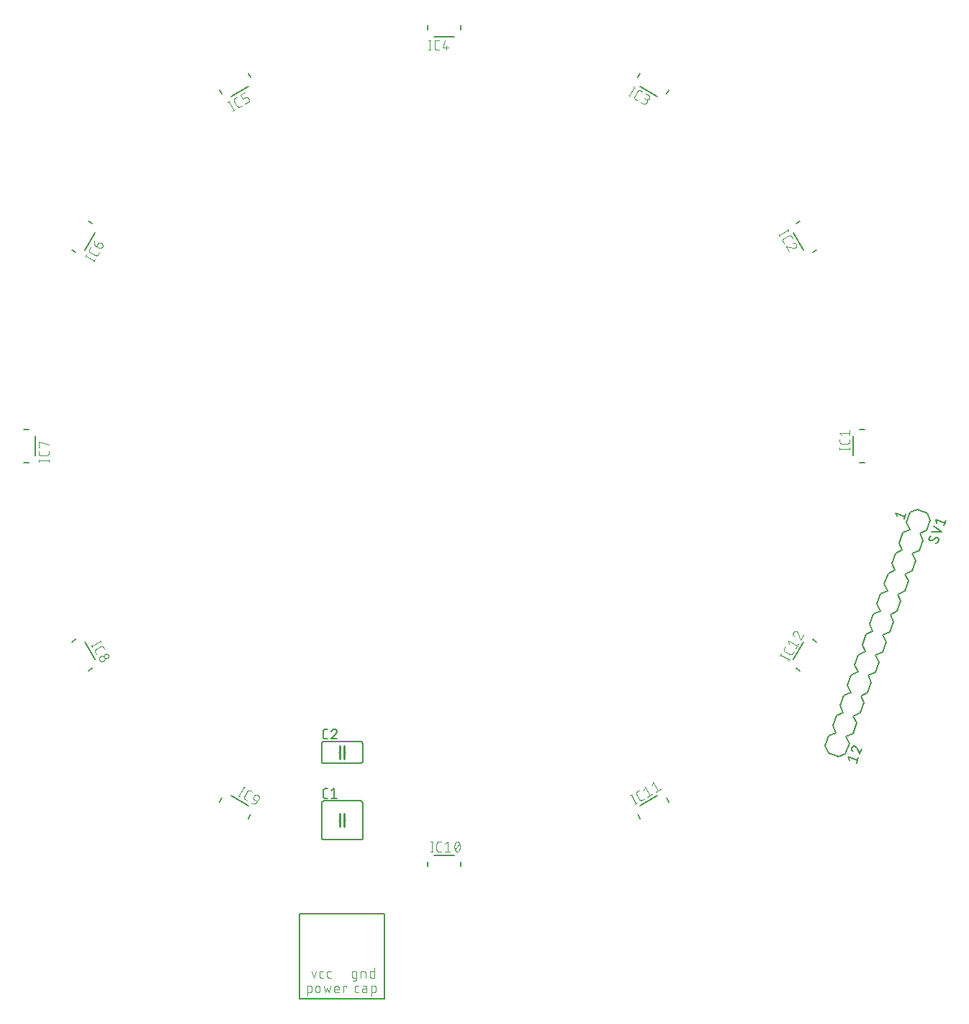
<source format=gbr>
G04 EAGLE Gerber RS-274X export*
G75*
%MOMM*%
%FSLAX34Y34*%
%LPD*%
%INSilkscreen Top*%
%IPPOS*%
%AMOC8*
5,1,8,0,0,1.08239X$1,22.5*%
G01*
%ADD10C,0.152400*%
%ADD11C,0.254000*%
%ADD12C,0.127000*%
%ADD13C,0.203200*%
%ADD14C,0.101600*%


D10*
X-141590Y-417140D02*
X-98410Y-417140D01*
X-98410Y-462860D02*
X-141590Y-462860D01*
X-95870Y-460320D02*
X-95870Y-419680D01*
X-144130Y-419680D02*
X-144130Y-460320D01*
X-98410Y-417140D02*
X-98310Y-417142D01*
X-98211Y-417148D01*
X-98111Y-417158D01*
X-98013Y-417171D01*
X-97914Y-417189D01*
X-97817Y-417210D01*
X-97721Y-417235D01*
X-97625Y-417264D01*
X-97531Y-417297D01*
X-97438Y-417333D01*
X-97347Y-417373D01*
X-97257Y-417417D01*
X-97169Y-417464D01*
X-97083Y-417514D01*
X-96999Y-417568D01*
X-96917Y-417625D01*
X-96838Y-417685D01*
X-96760Y-417749D01*
X-96686Y-417815D01*
X-96614Y-417884D01*
X-96545Y-417956D01*
X-96479Y-418030D01*
X-96415Y-418108D01*
X-96355Y-418187D01*
X-96298Y-418269D01*
X-96244Y-418353D01*
X-96194Y-418439D01*
X-96147Y-418527D01*
X-96103Y-418617D01*
X-96063Y-418708D01*
X-96027Y-418801D01*
X-95994Y-418895D01*
X-95965Y-418991D01*
X-95940Y-419087D01*
X-95919Y-419184D01*
X-95901Y-419283D01*
X-95888Y-419381D01*
X-95878Y-419481D01*
X-95872Y-419580D01*
X-95870Y-419680D01*
X-141590Y-417140D02*
X-141690Y-417142D01*
X-141789Y-417148D01*
X-141889Y-417158D01*
X-141987Y-417171D01*
X-142086Y-417189D01*
X-142183Y-417210D01*
X-142279Y-417235D01*
X-142375Y-417264D01*
X-142469Y-417297D01*
X-142562Y-417333D01*
X-142653Y-417373D01*
X-142743Y-417417D01*
X-142831Y-417464D01*
X-142917Y-417514D01*
X-143001Y-417568D01*
X-143083Y-417625D01*
X-143162Y-417685D01*
X-143240Y-417749D01*
X-143314Y-417815D01*
X-143386Y-417884D01*
X-143455Y-417956D01*
X-143521Y-418030D01*
X-143585Y-418108D01*
X-143645Y-418187D01*
X-143702Y-418269D01*
X-143756Y-418353D01*
X-143806Y-418439D01*
X-143853Y-418527D01*
X-143897Y-418617D01*
X-143937Y-418708D01*
X-143973Y-418801D01*
X-144006Y-418895D01*
X-144035Y-418991D01*
X-144060Y-419087D01*
X-144081Y-419184D01*
X-144099Y-419283D01*
X-144112Y-419381D01*
X-144122Y-419481D01*
X-144128Y-419580D01*
X-144130Y-419680D01*
X-98410Y-462860D02*
X-98310Y-462858D01*
X-98211Y-462852D01*
X-98111Y-462842D01*
X-98013Y-462829D01*
X-97914Y-462811D01*
X-97817Y-462790D01*
X-97721Y-462765D01*
X-97625Y-462736D01*
X-97531Y-462703D01*
X-97438Y-462667D01*
X-97347Y-462627D01*
X-97257Y-462583D01*
X-97169Y-462536D01*
X-97083Y-462486D01*
X-96999Y-462432D01*
X-96917Y-462375D01*
X-96838Y-462315D01*
X-96760Y-462251D01*
X-96686Y-462185D01*
X-96614Y-462116D01*
X-96545Y-462044D01*
X-96479Y-461970D01*
X-96415Y-461892D01*
X-96355Y-461813D01*
X-96298Y-461731D01*
X-96244Y-461647D01*
X-96194Y-461561D01*
X-96147Y-461473D01*
X-96103Y-461383D01*
X-96063Y-461292D01*
X-96027Y-461199D01*
X-95994Y-461105D01*
X-95965Y-461009D01*
X-95940Y-460913D01*
X-95919Y-460816D01*
X-95901Y-460717D01*
X-95888Y-460619D01*
X-95878Y-460519D01*
X-95872Y-460420D01*
X-95870Y-460320D01*
X-141590Y-462860D02*
X-141690Y-462858D01*
X-141789Y-462852D01*
X-141889Y-462842D01*
X-141987Y-462829D01*
X-142086Y-462811D01*
X-142183Y-462790D01*
X-142279Y-462765D01*
X-142375Y-462736D01*
X-142469Y-462703D01*
X-142562Y-462667D01*
X-142653Y-462627D01*
X-142743Y-462583D01*
X-142831Y-462536D01*
X-142917Y-462486D01*
X-143001Y-462432D01*
X-143083Y-462375D01*
X-143162Y-462315D01*
X-143240Y-462251D01*
X-143314Y-462185D01*
X-143386Y-462116D01*
X-143455Y-462044D01*
X-143521Y-461970D01*
X-143585Y-461892D01*
X-143645Y-461813D01*
X-143702Y-461731D01*
X-143756Y-461647D01*
X-143806Y-461561D01*
X-143853Y-461473D01*
X-143897Y-461383D01*
X-143937Y-461292D01*
X-143973Y-461199D01*
X-144006Y-461105D01*
X-144035Y-461009D01*
X-144060Y-460913D01*
X-144081Y-460816D01*
X-144099Y-460717D01*
X-144112Y-460619D01*
X-144122Y-460519D01*
X-144128Y-460420D01*
X-144130Y-460320D01*
X-117460Y-440000D02*
X-116190Y-440000D01*
D11*
X-117460Y-440000D02*
X-117460Y-432380D01*
X-117460Y-440000D02*
X-117460Y-447620D01*
X-122540Y-440000D02*
X-122540Y-432380D01*
X-122540Y-440000D02*
X-122540Y-447620D01*
D10*
X-122540Y-440000D02*
X-123810Y-440000D01*
D12*
X-137145Y-413965D02*
X-139685Y-413965D01*
X-139785Y-413963D01*
X-139884Y-413957D01*
X-139984Y-413947D01*
X-140082Y-413934D01*
X-140181Y-413916D01*
X-140278Y-413895D01*
X-140374Y-413870D01*
X-140470Y-413841D01*
X-140564Y-413808D01*
X-140657Y-413772D01*
X-140748Y-413732D01*
X-140838Y-413688D01*
X-140926Y-413641D01*
X-141012Y-413591D01*
X-141096Y-413537D01*
X-141178Y-413480D01*
X-141257Y-413420D01*
X-141335Y-413356D01*
X-141409Y-413290D01*
X-141481Y-413221D01*
X-141550Y-413149D01*
X-141616Y-413075D01*
X-141680Y-412997D01*
X-141740Y-412918D01*
X-141797Y-412836D01*
X-141851Y-412752D01*
X-141901Y-412666D01*
X-141948Y-412578D01*
X-141992Y-412488D01*
X-142032Y-412397D01*
X-142068Y-412304D01*
X-142101Y-412210D01*
X-142130Y-412114D01*
X-142155Y-412018D01*
X-142176Y-411921D01*
X-142194Y-411822D01*
X-142207Y-411724D01*
X-142217Y-411624D01*
X-142223Y-411525D01*
X-142225Y-411425D01*
X-142225Y-405075D01*
X-142223Y-404975D01*
X-142217Y-404876D01*
X-142207Y-404776D01*
X-142194Y-404678D01*
X-142176Y-404579D01*
X-142155Y-404482D01*
X-142130Y-404386D01*
X-142101Y-404290D01*
X-142068Y-404196D01*
X-142032Y-404103D01*
X-141992Y-404012D01*
X-141948Y-403922D01*
X-141901Y-403834D01*
X-141851Y-403748D01*
X-141797Y-403664D01*
X-141740Y-403582D01*
X-141680Y-403503D01*
X-141616Y-403425D01*
X-141550Y-403351D01*
X-141481Y-403279D01*
X-141409Y-403210D01*
X-141335Y-403144D01*
X-141257Y-403080D01*
X-141178Y-403020D01*
X-141096Y-402963D01*
X-141012Y-402909D01*
X-140926Y-402859D01*
X-140838Y-402812D01*
X-140748Y-402768D01*
X-140657Y-402728D01*
X-140564Y-402692D01*
X-140470Y-402659D01*
X-140374Y-402630D01*
X-140278Y-402605D01*
X-140181Y-402584D01*
X-140082Y-402566D01*
X-139984Y-402553D01*
X-139884Y-402543D01*
X-139785Y-402537D01*
X-139685Y-402535D01*
X-137145Y-402535D01*
X-132663Y-405075D02*
X-129488Y-402535D01*
X-129488Y-413965D01*
X-132663Y-413965D02*
X-126313Y-413965D01*
D10*
X-141590Y-347300D02*
X-98410Y-347300D01*
X-98410Y-372700D02*
X-141590Y-372700D01*
X-95870Y-370160D02*
X-95870Y-349840D01*
X-144130Y-349840D02*
X-144130Y-370160D01*
X-98410Y-347300D02*
X-98310Y-347302D01*
X-98211Y-347308D01*
X-98111Y-347318D01*
X-98013Y-347331D01*
X-97914Y-347349D01*
X-97817Y-347370D01*
X-97721Y-347395D01*
X-97625Y-347424D01*
X-97531Y-347457D01*
X-97438Y-347493D01*
X-97347Y-347533D01*
X-97257Y-347577D01*
X-97169Y-347624D01*
X-97083Y-347674D01*
X-96999Y-347728D01*
X-96917Y-347785D01*
X-96838Y-347845D01*
X-96760Y-347909D01*
X-96686Y-347975D01*
X-96614Y-348044D01*
X-96545Y-348116D01*
X-96479Y-348190D01*
X-96415Y-348268D01*
X-96355Y-348347D01*
X-96298Y-348429D01*
X-96244Y-348513D01*
X-96194Y-348599D01*
X-96147Y-348687D01*
X-96103Y-348777D01*
X-96063Y-348868D01*
X-96027Y-348961D01*
X-95994Y-349055D01*
X-95965Y-349151D01*
X-95940Y-349247D01*
X-95919Y-349344D01*
X-95901Y-349443D01*
X-95888Y-349541D01*
X-95878Y-349641D01*
X-95872Y-349740D01*
X-95870Y-349840D01*
X-141590Y-347300D02*
X-141690Y-347302D01*
X-141789Y-347308D01*
X-141889Y-347318D01*
X-141987Y-347331D01*
X-142086Y-347349D01*
X-142183Y-347370D01*
X-142279Y-347395D01*
X-142375Y-347424D01*
X-142469Y-347457D01*
X-142562Y-347493D01*
X-142653Y-347533D01*
X-142743Y-347577D01*
X-142831Y-347624D01*
X-142917Y-347674D01*
X-143001Y-347728D01*
X-143083Y-347785D01*
X-143162Y-347845D01*
X-143240Y-347909D01*
X-143314Y-347975D01*
X-143386Y-348044D01*
X-143455Y-348116D01*
X-143521Y-348190D01*
X-143585Y-348268D01*
X-143645Y-348347D01*
X-143702Y-348429D01*
X-143756Y-348513D01*
X-143806Y-348599D01*
X-143853Y-348687D01*
X-143897Y-348777D01*
X-143937Y-348868D01*
X-143973Y-348961D01*
X-144006Y-349055D01*
X-144035Y-349151D01*
X-144060Y-349247D01*
X-144081Y-349344D01*
X-144099Y-349443D01*
X-144112Y-349541D01*
X-144122Y-349641D01*
X-144128Y-349740D01*
X-144130Y-349840D01*
X-98410Y-372700D02*
X-98310Y-372698D01*
X-98211Y-372692D01*
X-98111Y-372682D01*
X-98013Y-372669D01*
X-97914Y-372651D01*
X-97817Y-372630D01*
X-97721Y-372605D01*
X-97625Y-372576D01*
X-97531Y-372543D01*
X-97438Y-372507D01*
X-97347Y-372467D01*
X-97257Y-372423D01*
X-97169Y-372376D01*
X-97083Y-372326D01*
X-96999Y-372272D01*
X-96917Y-372215D01*
X-96838Y-372155D01*
X-96760Y-372091D01*
X-96686Y-372025D01*
X-96614Y-371956D01*
X-96545Y-371884D01*
X-96479Y-371810D01*
X-96415Y-371732D01*
X-96355Y-371653D01*
X-96298Y-371571D01*
X-96244Y-371487D01*
X-96194Y-371401D01*
X-96147Y-371313D01*
X-96103Y-371223D01*
X-96063Y-371132D01*
X-96027Y-371039D01*
X-95994Y-370945D01*
X-95965Y-370849D01*
X-95940Y-370753D01*
X-95919Y-370656D01*
X-95901Y-370557D01*
X-95888Y-370459D01*
X-95878Y-370359D01*
X-95872Y-370260D01*
X-95870Y-370160D01*
X-141590Y-372700D02*
X-141690Y-372698D01*
X-141789Y-372692D01*
X-141889Y-372682D01*
X-141987Y-372669D01*
X-142086Y-372651D01*
X-142183Y-372630D01*
X-142279Y-372605D01*
X-142375Y-372576D01*
X-142469Y-372543D01*
X-142562Y-372507D01*
X-142653Y-372467D01*
X-142743Y-372423D01*
X-142831Y-372376D01*
X-142917Y-372326D01*
X-143001Y-372272D01*
X-143083Y-372215D01*
X-143162Y-372155D01*
X-143240Y-372091D01*
X-143314Y-372025D01*
X-143386Y-371956D01*
X-143455Y-371884D01*
X-143521Y-371810D01*
X-143585Y-371732D01*
X-143645Y-371653D01*
X-143702Y-371571D01*
X-143756Y-371487D01*
X-143806Y-371401D01*
X-143853Y-371313D01*
X-143897Y-371223D01*
X-143937Y-371132D01*
X-143973Y-371039D01*
X-144006Y-370945D01*
X-144035Y-370849D01*
X-144060Y-370753D01*
X-144081Y-370656D01*
X-144099Y-370557D01*
X-144112Y-370459D01*
X-144122Y-370359D01*
X-144128Y-370260D01*
X-144130Y-370160D01*
X-117460Y-360000D02*
X-116190Y-360000D01*
D11*
X-117460Y-360000D02*
X-117460Y-352380D01*
X-117460Y-360000D02*
X-117460Y-367620D01*
X-122540Y-360000D02*
X-122540Y-352380D01*
X-122540Y-360000D02*
X-122540Y-367620D01*
D10*
X-122540Y-360000D02*
X-123810Y-360000D01*
D12*
X-137145Y-344125D02*
X-139685Y-344125D01*
X-139785Y-344123D01*
X-139884Y-344117D01*
X-139984Y-344107D01*
X-140082Y-344094D01*
X-140181Y-344076D01*
X-140278Y-344055D01*
X-140374Y-344030D01*
X-140470Y-344001D01*
X-140564Y-343968D01*
X-140657Y-343932D01*
X-140748Y-343892D01*
X-140838Y-343848D01*
X-140926Y-343801D01*
X-141012Y-343751D01*
X-141096Y-343697D01*
X-141178Y-343640D01*
X-141257Y-343580D01*
X-141335Y-343516D01*
X-141409Y-343450D01*
X-141481Y-343381D01*
X-141550Y-343309D01*
X-141616Y-343235D01*
X-141680Y-343157D01*
X-141740Y-343078D01*
X-141797Y-342996D01*
X-141851Y-342912D01*
X-141901Y-342826D01*
X-141948Y-342738D01*
X-141992Y-342648D01*
X-142032Y-342557D01*
X-142068Y-342464D01*
X-142101Y-342370D01*
X-142130Y-342274D01*
X-142155Y-342178D01*
X-142176Y-342081D01*
X-142194Y-341982D01*
X-142207Y-341884D01*
X-142217Y-341784D01*
X-142223Y-341685D01*
X-142225Y-341585D01*
X-142225Y-335235D01*
X-142223Y-335135D01*
X-142217Y-335036D01*
X-142207Y-334936D01*
X-142194Y-334838D01*
X-142176Y-334739D01*
X-142155Y-334642D01*
X-142130Y-334546D01*
X-142101Y-334450D01*
X-142068Y-334356D01*
X-142032Y-334263D01*
X-141992Y-334172D01*
X-141948Y-334082D01*
X-141901Y-333994D01*
X-141851Y-333908D01*
X-141797Y-333824D01*
X-141740Y-333742D01*
X-141680Y-333663D01*
X-141616Y-333585D01*
X-141550Y-333511D01*
X-141481Y-333439D01*
X-141409Y-333370D01*
X-141335Y-333304D01*
X-141257Y-333240D01*
X-141178Y-333180D01*
X-141096Y-333123D01*
X-141012Y-333069D01*
X-140926Y-333019D01*
X-140838Y-332972D01*
X-140748Y-332928D01*
X-140657Y-332888D01*
X-140564Y-332852D01*
X-140470Y-332819D01*
X-140374Y-332790D01*
X-140278Y-332765D01*
X-140181Y-332744D01*
X-140082Y-332726D01*
X-139984Y-332713D01*
X-139884Y-332703D01*
X-139785Y-332697D01*
X-139685Y-332695D01*
X-137145Y-332695D01*
X-129170Y-332695D02*
X-129066Y-332697D01*
X-128961Y-332703D01*
X-128857Y-332712D01*
X-128754Y-332725D01*
X-128651Y-332743D01*
X-128549Y-332763D01*
X-128447Y-332788D01*
X-128347Y-332816D01*
X-128247Y-332848D01*
X-128149Y-332884D01*
X-128052Y-332923D01*
X-127957Y-332965D01*
X-127863Y-333011D01*
X-127771Y-333061D01*
X-127681Y-333113D01*
X-127593Y-333169D01*
X-127507Y-333229D01*
X-127423Y-333291D01*
X-127342Y-333356D01*
X-127263Y-333424D01*
X-127186Y-333496D01*
X-127113Y-333569D01*
X-127041Y-333646D01*
X-126973Y-333725D01*
X-126908Y-333806D01*
X-126846Y-333890D01*
X-126786Y-333976D01*
X-126730Y-334064D01*
X-126678Y-334154D01*
X-126628Y-334246D01*
X-126582Y-334340D01*
X-126540Y-334435D01*
X-126501Y-334532D01*
X-126465Y-334630D01*
X-126433Y-334730D01*
X-126405Y-334830D01*
X-126380Y-334932D01*
X-126360Y-335034D01*
X-126342Y-335137D01*
X-126329Y-335240D01*
X-126320Y-335344D01*
X-126314Y-335449D01*
X-126312Y-335553D01*
X-129170Y-332695D02*
X-129288Y-332697D01*
X-129407Y-332703D01*
X-129525Y-332712D01*
X-129642Y-332725D01*
X-129759Y-332743D01*
X-129876Y-332763D01*
X-129992Y-332788D01*
X-130107Y-332816D01*
X-130220Y-332849D01*
X-130333Y-332884D01*
X-130445Y-332924D01*
X-130555Y-332966D01*
X-130664Y-333013D01*
X-130772Y-333063D01*
X-130877Y-333116D01*
X-130981Y-333173D01*
X-131083Y-333233D01*
X-131183Y-333296D01*
X-131281Y-333363D01*
X-131377Y-333432D01*
X-131470Y-333505D01*
X-131561Y-333581D01*
X-131650Y-333659D01*
X-131736Y-333741D01*
X-131819Y-333825D01*
X-131900Y-333911D01*
X-131977Y-334001D01*
X-132052Y-334092D01*
X-132124Y-334186D01*
X-132193Y-334283D01*
X-132258Y-334381D01*
X-132321Y-334482D01*
X-132380Y-334585D01*
X-132436Y-334689D01*
X-132488Y-334795D01*
X-132537Y-334903D01*
X-132582Y-335012D01*
X-132624Y-335123D01*
X-132662Y-335235D01*
X-127265Y-337775D02*
X-127189Y-337700D01*
X-127114Y-337621D01*
X-127043Y-337540D01*
X-126974Y-337456D01*
X-126909Y-337370D01*
X-126847Y-337282D01*
X-126787Y-337192D01*
X-126731Y-337100D01*
X-126678Y-337005D01*
X-126629Y-336909D01*
X-126583Y-336811D01*
X-126540Y-336712D01*
X-126501Y-336611D01*
X-126466Y-336509D01*
X-126434Y-336406D01*
X-126406Y-336302D01*
X-126381Y-336197D01*
X-126360Y-336090D01*
X-126343Y-335984D01*
X-126330Y-335877D01*
X-126321Y-335769D01*
X-126315Y-335661D01*
X-126313Y-335553D01*
X-127265Y-337775D02*
X-132663Y-344125D01*
X-126313Y-344125D01*
D10*
X567542Y-99036D02*
X571886Y-87102D01*
X567542Y-99036D02*
X559404Y-102831D01*
X547470Y-98487D02*
X543674Y-90348D01*
X559404Y-102831D02*
X563199Y-110970D01*
X558855Y-122904D01*
X550716Y-126699D01*
X538782Y-122355D02*
X534987Y-114217D01*
X539331Y-102282D01*
X547470Y-98487D01*
X556157Y-74619D02*
X568091Y-78963D01*
X571886Y-87102D01*
X556157Y-74619D02*
X548018Y-78414D01*
X543674Y-90348D01*
X550716Y-126699D02*
X554512Y-134838D01*
X550168Y-146772D01*
X542029Y-150567D01*
X530095Y-146224D02*
X526300Y-138085D01*
X530643Y-126151D01*
X538782Y-122355D01*
X545824Y-158706D02*
X541481Y-170640D01*
X533342Y-174435D01*
X521408Y-170092D02*
X517612Y-161953D01*
X533342Y-174435D02*
X537137Y-182574D01*
X532793Y-194508D01*
X524654Y-198304D01*
X512720Y-193960D02*
X508925Y-185821D01*
X513269Y-173887D01*
X521408Y-170092D01*
X545824Y-158706D02*
X542029Y-150567D01*
X530095Y-146224D02*
X521956Y-150019D01*
X517612Y-161953D01*
X524654Y-198304D02*
X528450Y-206443D01*
X524106Y-218377D01*
X515967Y-222172D01*
X504033Y-217828D02*
X500238Y-209689D01*
X504581Y-197755D01*
X512720Y-193960D01*
X519762Y-230311D02*
X515419Y-242245D01*
X507280Y-246040D01*
X495346Y-241696D02*
X491550Y-233557D01*
X507280Y-246040D02*
X511075Y-254179D01*
X506731Y-266113D01*
X498592Y-269908D01*
X486658Y-265565D02*
X482863Y-257426D01*
X487207Y-245492D01*
X495346Y-241696D01*
X519762Y-230311D02*
X515967Y-222172D01*
X504033Y-217828D02*
X495894Y-221623D01*
X491550Y-233557D01*
X498592Y-269908D02*
X502388Y-278047D01*
X498044Y-289981D01*
X489905Y-293776D01*
X477971Y-289433D02*
X474176Y-281294D01*
X478519Y-269360D01*
X486658Y-265565D01*
X493700Y-301915D02*
X489357Y-313849D01*
X481218Y-317645D01*
X469284Y-313301D02*
X465488Y-305162D01*
X481218Y-317645D02*
X485013Y-325783D01*
X480669Y-337718D01*
X472530Y-341513D01*
X460596Y-337169D02*
X456801Y-329030D01*
X461145Y-317096D01*
X469284Y-313301D01*
X493700Y-301915D02*
X489905Y-293776D01*
X477971Y-289433D02*
X469832Y-293228D01*
X465488Y-305162D01*
X472530Y-341513D02*
X476326Y-349652D01*
X471982Y-361586D01*
X463843Y-365381D01*
X451909Y-361037D02*
X448114Y-352898D01*
X452458Y-340964D01*
X460596Y-337169D01*
X451909Y-361037D02*
X463843Y-365381D01*
D12*
X532229Y-82804D02*
X530928Y-78952D01*
X541669Y-82861D01*
X540583Y-85844D02*
X542755Y-79877D01*
X475290Y-365493D02*
X476591Y-369345D01*
X475290Y-365493D02*
X486031Y-369402D01*
X487117Y-366419D02*
X484945Y-372386D01*
X479308Y-354454D02*
X479346Y-354356D01*
X479387Y-354261D01*
X479431Y-354166D01*
X479479Y-354073D01*
X479530Y-353982D01*
X479585Y-353894D01*
X479643Y-353807D01*
X479704Y-353722D01*
X479768Y-353639D01*
X479835Y-353559D01*
X479904Y-353482D01*
X479977Y-353407D01*
X480052Y-353334D01*
X480130Y-353265D01*
X480210Y-353198D01*
X480293Y-353135D01*
X480378Y-353074D01*
X480465Y-353017D01*
X480554Y-352963D01*
X480646Y-352912D01*
X480738Y-352864D01*
X480833Y-352820D01*
X480929Y-352779D01*
X481027Y-352742D01*
X481126Y-352709D01*
X481226Y-352679D01*
X481327Y-352653D01*
X481429Y-352630D01*
X481531Y-352612D01*
X481634Y-352597D01*
X481738Y-352585D01*
X481842Y-352578D01*
X481947Y-352574D01*
X482051Y-352575D01*
X482155Y-352579D01*
X482259Y-352586D01*
X482363Y-352598D01*
X482466Y-352613D01*
X482569Y-352633D01*
X482671Y-352656D01*
X482772Y-352682D01*
X482871Y-352712D01*
X482970Y-352746D01*
X479308Y-354453D02*
X479270Y-354565D01*
X479235Y-354678D01*
X479203Y-354793D01*
X479176Y-354908D01*
X479152Y-355024D01*
X479131Y-355140D01*
X479115Y-355257D01*
X479102Y-355375D01*
X479093Y-355493D01*
X479088Y-355611D01*
X479087Y-355730D01*
X479090Y-355848D01*
X479096Y-355966D01*
X479106Y-356084D01*
X479120Y-356202D01*
X479138Y-356319D01*
X479160Y-356435D01*
X479185Y-356551D01*
X479214Y-356666D01*
X479246Y-356779D01*
X479283Y-356892D01*
X479323Y-357003D01*
X479366Y-357113D01*
X479413Y-357222D01*
X479464Y-357329D01*
X479518Y-357434D01*
X479575Y-357538D01*
X479636Y-357640D01*
X479700Y-357739D01*
X479767Y-357837D01*
X479837Y-357932D01*
X479910Y-358025D01*
X479986Y-358116D01*
X480065Y-358204D01*
X480147Y-358290D01*
X480232Y-358372D01*
X480319Y-358452D01*
X480408Y-358530D01*
X480501Y-358604D01*
X484733Y-354401D02*
X484688Y-354303D01*
X484640Y-354206D01*
X484588Y-354112D01*
X484533Y-354019D01*
X484475Y-353928D01*
X484413Y-353839D01*
X484348Y-353752D01*
X484281Y-353668D01*
X484210Y-353586D01*
X484137Y-353507D01*
X484061Y-353430D01*
X483982Y-353356D01*
X483901Y-353285D01*
X483817Y-353217D01*
X483731Y-353151D01*
X483643Y-353089D01*
X483552Y-353030D01*
X483460Y-352974D01*
X483365Y-352922D01*
X483269Y-352873D01*
X483171Y-352827D01*
X483072Y-352785D01*
X482971Y-352746D01*
X484733Y-354401D02*
X488854Y-361645D01*
X491026Y-355678D01*
X581395Y-111106D02*
X581427Y-111011D01*
X581456Y-110916D01*
X581480Y-110819D01*
X581501Y-110722D01*
X581518Y-110623D01*
X581532Y-110525D01*
X581541Y-110425D01*
X581546Y-110326D01*
X581548Y-110226D01*
X581546Y-110126D01*
X581539Y-110027D01*
X581529Y-109927D01*
X581515Y-109829D01*
X581497Y-109731D01*
X581475Y-109633D01*
X581450Y-109537D01*
X581420Y-109442D01*
X581387Y-109347D01*
X581350Y-109255D01*
X581310Y-109164D01*
X581266Y-109074D01*
X581219Y-108986D01*
X581168Y-108900D01*
X581114Y-108817D01*
X581056Y-108735D01*
X580996Y-108656D01*
X580932Y-108579D01*
X580866Y-108505D01*
X580796Y-108433D01*
X580724Y-108364D01*
X580649Y-108298D01*
X580572Y-108235D01*
X580492Y-108176D01*
X580410Y-108119D01*
X580326Y-108066D01*
X580239Y-108015D01*
X580151Y-107969D01*
X580061Y-107926D01*
X579970Y-107886D01*
X579877Y-107850D01*
X581394Y-111105D02*
X581344Y-111237D01*
X581291Y-111368D01*
X581234Y-111497D01*
X581174Y-111625D01*
X581110Y-111751D01*
X581043Y-111875D01*
X580973Y-111998D01*
X580899Y-112119D01*
X580823Y-112237D01*
X580743Y-112354D01*
X580661Y-112468D01*
X580575Y-112581D01*
X580486Y-112691D01*
X580395Y-112798D01*
X580301Y-112903D01*
X580204Y-113006D01*
X580104Y-113106D01*
X580002Y-113204D01*
X579897Y-113298D01*
X579790Y-113390D01*
X579680Y-113479D01*
X579568Y-113565D01*
X579454Y-113649D01*
X579338Y-113729D01*
X579219Y-113806D01*
X579099Y-113880D01*
X578977Y-113950D01*
X578853Y-114018D01*
X578727Y-114082D01*
X578599Y-114143D01*
X571846Y-111347D02*
X571753Y-111311D01*
X571662Y-111271D01*
X571572Y-111228D01*
X571484Y-111182D01*
X571397Y-111131D01*
X571313Y-111078D01*
X571231Y-111021D01*
X571151Y-110962D01*
X571074Y-110899D01*
X570999Y-110833D01*
X570927Y-110764D01*
X570857Y-110692D01*
X570791Y-110618D01*
X570727Y-110541D01*
X570667Y-110462D01*
X570609Y-110380D01*
X570555Y-110297D01*
X570504Y-110211D01*
X570457Y-110123D01*
X570413Y-110033D01*
X570373Y-109942D01*
X570336Y-109850D01*
X570303Y-109755D01*
X570273Y-109660D01*
X570248Y-109564D01*
X570226Y-109466D01*
X570208Y-109368D01*
X570194Y-109270D01*
X570184Y-109170D01*
X570177Y-109071D01*
X570175Y-108971D01*
X570177Y-108871D01*
X570182Y-108772D01*
X570191Y-108673D01*
X570205Y-108574D01*
X570222Y-108475D01*
X570243Y-108378D01*
X570267Y-108281D01*
X570296Y-108186D01*
X570328Y-108091D01*
X570375Y-107967D01*
X570426Y-107844D01*
X570480Y-107722D01*
X570538Y-107602D01*
X570599Y-107483D01*
X570663Y-107367D01*
X570731Y-107252D01*
X570801Y-107139D01*
X570875Y-107028D01*
X570952Y-106919D01*
X571032Y-106812D01*
X571115Y-106708D01*
X571200Y-106606D01*
X571289Y-106506D01*
X571380Y-106409D01*
X571474Y-106315D01*
X571571Y-106223D01*
X571670Y-106134D01*
X571771Y-106048D01*
X571875Y-105964D01*
X571981Y-105884D01*
X572090Y-105806D01*
X572200Y-105732D01*
X574370Y-110913D02*
X574292Y-110975D01*
X574212Y-111033D01*
X574130Y-111089D01*
X574045Y-111141D01*
X573959Y-111190D01*
X573871Y-111236D01*
X573781Y-111278D01*
X573690Y-111316D01*
X573597Y-111352D01*
X573503Y-111383D01*
X573408Y-111411D01*
X573312Y-111435D01*
X573214Y-111456D01*
X573117Y-111473D01*
X573018Y-111486D01*
X572920Y-111495D01*
X572821Y-111500D01*
X572721Y-111502D01*
X572622Y-111500D01*
X572523Y-111494D01*
X572424Y-111484D01*
X572326Y-111470D01*
X572228Y-111453D01*
X572132Y-111432D01*
X572035Y-111407D01*
X571940Y-111379D01*
X571847Y-111346D01*
X577353Y-108283D02*
X577431Y-108221D01*
X577511Y-108163D01*
X577593Y-108107D01*
X577678Y-108055D01*
X577764Y-108006D01*
X577852Y-107960D01*
X577942Y-107918D01*
X578033Y-107880D01*
X578126Y-107844D01*
X578220Y-107813D01*
X578315Y-107785D01*
X578411Y-107761D01*
X578509Y-107740D01*
X578606Y-107723D01*
X578705Y-107710D01*
X578803Y-107701D01*
X578902Y-107696D01*
X579002Y-107694D01*
X579101Y-107696D01*
X579200Y-107702D01*
X579299Y-107712D01*
X579397Y-107726D01*
X579494Y-107743D01*
X579591Y-107764D01*
X579687Y-107789D01*
X579782Y-107817D01*
X579876Y-107850D01*
X577354Y-108283D02*
X574369Y-110913D01*
X572913Y-100990D02*
X584956Y-101319D01*
X575519Y-93830D01*
X579426Y-90522D02*
X578125Y-86669D01*
X588866Y-90579D01*
X587780Y-93562D02*
X589952Y-87595D01*
D13*
X494250Y19500D02*
X488900Y19500D01*
X481000Y11600D02*
X481000Y-11600D01*
X488900Y-19500D02*
X494250Y-19500D01*
D14*
X476792Y-3373D02*
X465108Y-3373D01*
X476792Y-4671D02*
X476792Y-2074D01*
X465108Y-2074D02*
X465108Y-4671D01*
X476792Y5089D02*
X476792Y7686D01*
X476792Y5089D02*
X476790Y4990D01*
X476784Y4890D01*
X476775Y4791D01*
X476762Y4693D01*
X476745Y4595D01*
X476724Y4497D01*
X476699Y4401D01*
X476671Y4306D01*
X476639Y4212D01*
X476604Y4119D01*
X476565Y4027D01*
X476522Y3937D01*
X476477Y3849D01*
X476427Y3762D01*
X476375Y3678D01*
X476319Y3595D01*
X476261Y3515D01*
X476199Y3437D01*
X476134Y3362D01*
X476066Y3289D01*
X475996Y3219D01*
X475923Y3151D01*
X475848Y3086D01*
X475770Y3024D01*
X475690Y2966D01*
X475607Y2910D01*
X475523Y2858D01*
X475436Y2808D01*
X475348Y2763D01*
X475258Y2720D01*
X475166Y2681D01*
X475073Y2646D01*
X474979Y2614D01*
X474884Y2586D01*
X474788Y2561D01*
X474690Y2540D01*
X474592Y2523D01*
X474494Y2510D01*
X474395Y2501D01*
X474295Y2495D01*
X474196Y2493D01*
X467704Y2493D01*
X467704Y2492D02*
X467605Y2494D01*
X467505Y2500D01*
X467406Y2509D01*
X467308Y2522D01*
X467210Y2540D01*
X467112Y2560D01*
X467016Y2585D01*
X466920Y2613D01*
X466826Y2645D01*
X466733Y2680D01*
X466642Y2719D01*
X466552Y2762D01*
X466463Y2807D01*
X466377Y2857D01*
X466292Y2909D01*
X466210Y2965D01*
X466130Y3024D01*
X466052Y3085D01*
X465976Y3150D01*
X465903Y3218D01*
X465833Y3288D01*
X465765Y3361D01*
X465700Y3437D01*
X465639Y3515D01*
X465580Y3595D01*
X465524Y3677D01*
X465472Y3762D01*
X465423Y3848D01*
X465377Y3937D01*
X465334Y4027D01*
X465295Y4118D01*
X465260Y4211D01*
X465228Y4305D01*
X465200Y4401D01*
X465175Y4497D01*
X465155Y4595D01*
X465137Y4693D01*
X465124Y4791D01*
X465115Y4890D01*
X465109Y4989D01*
X465107Y5089D01*
X465108Y5089D02*
X465108Y7686D01*
X467704Y12051D02*
X465108Y15296D01*
X476792Y15296D01*
X476792Y12051D02*
X476792Y18542D01*
D13*
X413649Y261337D02*
X418283Y264012D01*
X410758Y250546D02*
X422358Y230454D01*
X433149Y227563D02*
X437783Y230238D01*
D14*
X404292Y253330D02*
X394173Y247488D01*
X393524Y248612D02*
X394822Y246363D01*
X404941Y252205D02*
X403643Y254454D01*
X398404Y240159D02*
X399702Y237911D01*
X398404Y240160D02*
X398356Y240247D01*
X398311Y240336D01*
X398270Y240426D01*
X398232Y240518D01*
X398198Y240612D01*
X398167Y240706D01*
X398140Y240802D01*
X398117Y240899D01*
X398097Y240996D01*
X398082Y241095D01*
X398070Y241193D01*
X398061Y241292D01*
X398057Y241392D01*
X398056Y241491D01*
X398059Y241591D01*
X398066Y241690D01*
X398077Y241789D01*
X398092Y241887D01*
X398110Y241985D01*
X398132Y242082D01*
X398158Y242178D01*
X398187Y242273D01*
X398220Y242367D01*
X398257Y242459D01*
X398297Y242550D01*
X398340Y242640D01*
X398387Y242727D01*
X398438Y242813D01*
X398491Y242897D01*
X398548Y242979D01*
X398608Y243058D01*
X398670Y243135D01*
X398736Y243210D01*
X398805Y243282D01*
X398876Y243351D01*
X398950Y243418D01*
X399026Y243482D01*
X399105Y243542D01*
X399186Y243600D01*
X399269Y243655D01*
X399354Y243706D01*
X404976Y246952D01*
X404976Y246951D02*
X405063Y246999D01*
X405152Y247044D01*
X405242Y247085D01*
X405334Y247123D01*
X405428Y247157D01*
X405522Y247188D01*
X405618Y247215D01*
X405715Y247238D01*
X405812Y247258D01*
X405911Y247273D01*
X406009Y247285D01*
X406108Y247294D01*
X406208Y247298D01*
X406307Y247299D01*
X406407Y247296D01*
X406506Y247289D01*
X406605Y247278D01*
X406703Y247263D01*
X406801Y247245D01*
X406898Y247223D01*
X406994Y247197D01*
X407089Y247168D01*
X407183Y247135D01*
X407275Y247098D01*
X407366Y247058D01*
X407455Y247015D01*
X407543Y246968D01*
X407629Y246917D01*
X407713Y246864D01*
X407794Y246807D01*
X407874Y246747D01*
X407951Y246685D01*
X408026Y246619D01*
X408098Y246550D01*
X408167Y246479D01*
X408234Y246405D01*
X408298Y246329D01*
X408358Y246250D01*
X408416Y246169D01*
X408471Y246086D01*
X408522Y246001D01*
X409821Y243753D01*
X413789Y236880D02*
X413840Y236787D01*
X413889Y236692D01*
X413933Y236595D01*
X413974Y236497D01*
X414012Y236397D01*
X414046Y236296D01*
X414076Y236193D01*
X414102Y236090D01*
X414125Y235985D01*
X414143Y235880D01*
X414158Y235775D01*
X414169Y235669D01*
X414177Y235562D01*
X414180Y235456D01*
X414179Y235349D01*
X414175Y235242D01*
X414166Y235136D01*
X414154Y235030D01*
X414138Y234924D01*
X414118Y234820D01*
X414094Y234716D01*
X414066Y234613D01*
X414035Y234511D01*
X414000Y234410D01*
X413961Y234310D01*
X413919Y234212D01*
X413873Y234116D01*
X413823Y234022D01*
X413771Y233929D01*
X413715Y233838D01*
X413655Y233749D01*
X413593Y233663D01*
X413527Y233579D01*
X413458Y233497D01*
X413386Y233418D01*
X413312Y233342D01*
X413235Y233268D01*
X413155Y233198D01*
X413072Y233130D01*
X412987Y233065D01*
X412900Y233004D01*
X412811Y232945D01*
X412720Y232890D01*
X413789Y236880D02*
X413727Y236984D01*
X413662Y237086D01*
X413593Y237186D01*
X413521Y237283D01*
X413446Y237378D01*
X413368Y237470D01*
X413287Y237560D01*
X413203Y237648D01*
X413116Y237732D01*
X413027Y237814D01*
X412935Y237893D01*
X412841Y237968D01*
X412744Y238041D01*
X412645Y238110D01*
X412544Y238177D01*
X412440Y238240D01*
X412335Y238299D01*
X412228Y238356D01*
X412119Y238408D01*
X412008Y238457D01*
X411896Y238503D01*
X411783Y238545D01*
X411668Y238583D01*
X411552Y238618D01*
X411435Y238649D01*
X411317Y238675D01*
X411198Y238699D01*
X411079Y238718D01*
X410959Y238733D01*
X410838Y238745D01*
X410717Y238753D01*
X410596Y238757D01*
X410475Y238756D01*
X410355Y238752D01*
X410234Y238745D01*
X410113Y238733D01*
X409993Y238717D01*
X409874Y238698D01*
X409755Y238674D01*
X410265Y232599D02*
X410371Y232569D01*
X410478Y232544D01*
X410587Y232522D01*
X410696Y232504D01*
X410805Y232490D01*
X410915Y232480D01*
X411025Y232473D01*
X411136Y232471D01*
X411246Y232472D01*
X411357Y232478D01*
X411467Y232487D01*
X411576Y232500D01*
X411685Y232517D01*
X411794Y232538D01*
X411902Y232562D01*
X412008Y232591D01*
X412114Y232623D01*
X412219Y232659D01*
X412322Y232698D01*
X412423Y232741D01*
X412523Y232788D01*
X412622Y232838D01*
X412719Y232891D01*
X410265Y232598D02*
X401885Y234130D01*
X405130Y228509D01*
D13*
X227563Y433149D02*
X230238Y437783D01*
X230454Y422358D02*
X250546Y410758D01*
X261337Y413649D02*
X264012Y418283D01*
D14*
X223462Y421535D02*
X217620Y411417D01*
X216496Y412066D02*
X218745Y410768D01*
X224587Y420886D02*
X222338Y422185D01*
X224948Y407186D02*
X227197Y405888D01*
X224949Y407186D02*
X224864Y407237D01*
X224781Y407292D01*
X224700Y407349D01*
X224621Y407410D01*
X224545Y407474D01*
X224471Y407541D01*
X224400Y407610D01*
X224331Y407682D01*
X224265Y407757D01*
X224203Y407834D01*
X224143Y407913D01*
X224086Y407995D01*
X224033Y408079D01*
X223982Y408165D01*
X223935Y408253D01*
X223892Y408342D01*
X223852Y408433D01*
X223815Y408525D01*
X223782Y408619D01*
X223753Y408714D01*
X223727Y408810D01*
X223705Y408907D01*
X223687Y409005D01*
X223672Y409103D01*
X223661Y409202D01*
X223654Y409301D01*
X223651Y409401D01*
X223652Y409500D01*
X223656Y409600D01*
X223665Y409699D01*
X223677Y409798D01*
X223692Y409896D01*
X223712Y409993D01*
X223735Y410090D01*
X223762Y410186D01*
X223793Y410280D01*
X223827Y410374D01*
X223865Y410466D01*
X223906Y410556D01*
X223951Y410645D01*
X223999Y410732D01*
X223998Y410733D02*
X227244Y416354D01*
X227295Y416439D01*
X227350Y416522D01*
X227407Y416603D01*
X227468Y416682D01*
X227532Y416758D01*
X227599Y416832D01*
X227668Y416903D01*
X227740Y416972D01*
X227815Y417038D01*
X227892Y417100D01*
X227971Y417160D01*
X228053Y417217D01*
X228137Y417270D01*
X228223Y417321D01*
X228310Y417368D01*
X228400Y417411D01*
X228491Y417451D01*
X228583Y417488D01*
X228677Y417521D01*
X228772Y417550D01*
X228868Y417576D01*
X228965Y417598D01*
X229063Y417616D01*
X229161Y417631D01*
X229260Y417642D01*
X229359Y417649D01*
X229459Y417652D01*
X229558Y417651D01*
X229658Y417647D01*
X229757Y417638D01*
X229855Y417626D01*
X229954Y417611D01*
X230051Y417591D01*
X230148Y417568D01*
X230244Y417541D01*
X230338Y417510D01*
X230432Y417476D01*
X230524Y417438D01*
X230614Y417397D01*
X230703Y417352D01*
X230790Y417304D01*
X230790Y417305D02*
X233039Y416006D01*
X230977Y403705D02*
X233788Y402082D01*
X233887Y402027D01*
X233988Y401976D01*
X234091Y401928D01*
X234195Y401883D01*
X234301Y401843D01*
X234408Y401806D01*
X234516Y401773D01*
X234626Y401743D01*
X234736Y401718D01*
X234847Y401696D01*
X234959Y401679D01*
X235072Y401665D01*
X235185Y401655D01*
X235298Y401649D01*
X235411Y401647D01*
X235524Y401649D01*
X235637Y401655D01*
X235750Y401665D01*
X235863Y401679D01*
X235975Y401696D01*
X236086Y401718D01*
X236196Y401743D01*
X236306Y401773D01*
X236414Y401806D01*
X236521Y401843D01*
X236627Y401883D01*
X236731Y401928D01*
X236834Y401976D01*
X236935Y402027D01*
X237034Y402082D01*
X237131Y402140D01*
X237226Y402202D01*
X237319Y402267D01*
X237409Y402335D01*
X237497Y402406D01*
X237583Y402481D01*
X237666Y402558D01*
X237746Y402638D01*
X237823Y402721D01*
X237898Y402807D01*
X237969Y402895D01*
X238037Y402985D01*
X238102Y403078D01*
X238164Y403173D01*
X238222Y403270D01*
X238277Y403369D01*
X238328Y403470D01*
X238376Y403573D01*
X238421Y403677D01*
X238461Y403783D01*
X238498Y403890D01*
X238531Y403998D01*
X238561Y404108D01*
X238586Y404218D01*
X238608Y404329D01*
X238625Y404441D01*
X238639Y404554D01*
X238649Y404667D01*
X238655Y404780D01*
X238657Y404893D01*
X238655Y405006D01*
X238649Y405119D01*
X238639Y405232D01*
X238625Y405345D01*
X238608Y405457D01*
X238586Y405568D01*
X238561Y405678D01*
X238531Y405788D01*
X238498Y405896D01*
X238461Y406003D01*
X238421Y406109D01*
X238376Y406213D01*
X238328Y406316D01*
X238277Y406417D01*
X238222Y406516D01*
X238164Y406613D01*
X238102Y406708D01*
X238037Y406801D01*
X237969Y406891D01*
X237898Y406979D01*
X237823Y407065D01*
X237746Y407148D01*
X237666Y407228D01*
X237583Y407305D01*
X237497Y407380D01*
X237409Y407451D01*
X237319Y407519D01*
X237226Y407584D01*
X237131Y407646D01*
X237034Y407704D01*
X240192Y411876D02*
X236819Y413824D01*
X240193Y411877D02*
X240279Y411825D01*
X240363Y411770D01*
X240445Y411711D01*
X240524Y411649D01*
X240602Y411585D01*
X240676Y411517D01*
X240748Y411446D01*
X240817Y411373D01*
X240883Y411297D01*
X240947Y411219D01*
X241007Y411138D01*
X241064Y411055D01*
X241117Y410970D01*
X241168Y410883D01*
X241215Y410794D01*
X241258Y410703D01*
X241298Y410610D01*
X241334Y410516D01*
X241367Y410421D01*
X241396Y410324D01*
X241421Y410227D01*
X241442Y410128D01*
X241460Y410029D01*
X241473Y409929D01*
X241483Y409829D01*
X241489Y409729D01*
X241491Y409628D01*
X241489Y409527D01*
X241483Y409427D01*
X241473Y409327D01*
X241460Y409227D01*
X241442Y409128D01*
X241421Y409029D01*
X241396Y408932D01*
X241367Y408835D01*
X241334Y408740D01*
X241298Y408646D01*
X241258Y408553D01*
X241215Y408462D01*
X241168Y408373D01*
X241117Y408286D01*
X241064Y408201D01*
X241007Y408118D01*
X240947Y408037D01*
X240883Y407959D01*
X240817Y407883D01*
X240748Y407810D01*
X240676Y407739D01*
X240602Y407671D01*
X240524Y407607D01*
X240445Y407545D01*
X240363Y407486D01*
X240279Y407431D01*
X240193Y407379D01*
X240104Y407330D01*
X240014Y407285D01*
X239923Y407243D01*
X239829Y407205D01*
X239735Y407171D01*
X239639Y407140D01*
X239542Y407113D01*
X239444Y407090D01*
X239345Y407070D01*
X239245Y407055D01*
X239145Y407043D01*
X239045Y407035D01*
X238944Y407031D01*
X238844Y407031D01*
X238743Y407035D01*
X238643Y407043D01*
X238543Y407055D01*
X238443Y407070D01*
X238344Y407090D01*
X238246Y407113D01*
X238149Y407140D01*
X238053Y407171D01*
X237959Y407205D01*
X237865Y407243D01*
X237774Y407285D01*
X237684Y407330D01*
X237596Y407379D01*
X235347Y408677D01*
D13*
X-19500Y488900D02*
X-19500Y494250D01*
X-11600Y481000D02*
X11600Y481000D01*
X19500Y488900D02*
X19500Y494250D01*
D14*
X-17244Y476792D02*
X-17244Y465108D01*
X-18542Y465108D02*
X-15946Y465108D01*
X-15946Y476792D02*
X-18542Y476792D01*
X-8782Y465108D02*
X-6186Y465108D01*
X-8782Y465108D02*
X-8881Y465110D01*
X-8981Y465116D01*
X-9080Y465125D01*
X-9178Y465138D01*
X-9276Y465155D01*
X-9374Y465176D01*
X-9470Y465201D01*
X-9565Y465229D01*
X-9659Y465261D01*
X-9752Y465296D01*
X-9844Y465335D01*
X-9934Y465378D01*
X-10022Y465423D01*
X-10109Y465473D01*
X-10193Y465525D01*
X-10276Y465581D01*
X-10356Y465639D01*
X-10434Y465701D01*
X-10509Y465766D01*
X-10582Y465834D01*
X-10652Y465904D01*
X-10720Y465977D01*
X-10785Y466052D01*
X-10847Y466130D01*
X-10905Y466210D01*
X-10961Y466293D01*
X-11013Y466377D01*
X-11063Y466464D01*
X-11108Y466552D01*
X-11151Y466642D01*
X-11190Y466734D01*
X-11225Y466827D01*
X-11257Y466921D01*
X-11285Y467016D01*
X-11310Y467112D01*
X-11331Y467210D01*
X-11348Y467308D01*
X-11361Y467406D01*
X-11370Y467505D01*
X-11376Y467605D01*
X-11378Y467704D01*
X-11379Y467704D02*
X-11379Y474196D01*
X-11378Y474196D02*
X-11376Y474295D01*
X-11370Y474395D01*
X-11361Y474494D01*
X-11348Y474592D01*
X-11331Y474690D01*
X-11310Y474788D01*
X-11285Y474884D01*
X-11257Y474979D01*
X-11225Y475073D01*
X-11190Y475166D01*
X-11151Y475258D01*
X-11108Y475348D01*
X-11063Y475436D01*
X-11013Y475523D01*
X-10961Y475607D01*
X-10905Y475690D01*
X-10847Y475770D01*
X-10785Y475848D01*
X-10720Y475923D01*
X-10652Y475996D01*
X-10582Y476066D01*
X-10509Y476134D01*
X-10434Y476199D01*
X-10356Y476261D01*
X-10276Y476319D01*
X-10193Y476375D01*
X-10109Y476427D01*
X-10022Y476477D01*
X-9934Y476522D01*
X-9844Y476565D01*
X-9752Y476604D01*
X-9659Y476639D01*
X-9565Y476671D01*
X-9470Y476699D01*
X-9374Y476724D01*
X-9276Y476745D01*
X-9178Y476762D01*
X-9080Y476775D01*
X-8981Y476784D01*
X-8881Y476790D01*
X-8782Y476792D01*
X-6186Y476792D01*
X776Y476792D02*
X-1820Y467704D01*
X4671Y467704D01*
X2723Y465108D02*
X2723Y470301D01*
D13*
X-261337Y413649D02*
X-264012Y418283D01*
X-250546Y410758D02*
X-230454Y422358D01*
X-227563Y433149D02*
X-230238Y437783D01*
D14*
X-253330Y404292D02*
X-247488Y394173D01*
X-248612Y393524D02*
X-246363Y394822D01*
X-252205Y404941D02*
X-254454Y403643D01*
X-240159Y398404D02*
X-237911Y399702D01*
X-240160Y398404D02*
X-240247Y398356D01*
X-240336Y398311D01*
X-240426Y398270D01*
X-240518Y398232D01*
X-240612Y398198D01*
X-240706Y398167D01*
X-240802Y398140D01*
X-240899Y398117D01*
X-240996Y398097D01*
X-241095Y398082D01*
X-241193Y398070D01*
X-241292Y398061D01*
X-241392Y398057D01*
X-241491Y398056D01*
X-241591Y398059D01*
X-241690Y398066D01*
X-241789Y398077D01*
X-241887Y398092D01*
X-241985Y398110D01*
X-242082Y398132D01*
X-242178Y398158D01*
X-242273Y398187D01*
X-242367Y398220D01*
X-242459Y398257D01*
X-242550Y398297D01*
X-242640Y398340D01*
X-242727Y398387D01*
X-242813Y398438D01*
X-242897Y398491D01*
X-242979Y398548D01*
X-243058Y398608D01*
X-243135Y398670D01*
X-243210Y398736D01*
X-243282Y398805D01*
X-243351Y398876D01*
X-243418Y398950D01*
X-243482Y399026D01*
X-243542Y399105D01*
X-243600Y399186D01*
X-243655Y399269D01*
X-243706Y399354D01*
X-246952Y404976D01*
X-246951Y404976D02*
X-246999Y405063D01*
X-247044Y405152D01*
X-247085Y405242D01*
X-247123Y405334D01*
X-247157Y405428D01*
X-247188Y405522D01*
X-247215Y405618D01*
X-247238Y405715D01*
X-247258Y405812D01*
X-247273Y405911D01*
X-247285Y406009D01*
X-247294Y406108D01*
X-247298Y406208D01*
X-247299Y406307D01*
X-247296Y406407D01*
X-247289Y406506D01*
X-247278Y406605D01*
X-247263Y406703D01*
X-247245Y406801D01*
X-247223Y406898D01*
X-247197Y406994D01*
X-247168Y407089D01*
X-247135Y407183D01*
X-247098Y407275D01*
X-247058Y407366D01*
X-247015Y407455D01*
X-246968Y407543D01*
X-246917Y407629D01*
X-246864Y407713D01*
X-246807Y407794D01*
X-246747Y407874D01*
X-246685Y407951D01*
X-246619Y408026D01*
X-246550Y408098D01*
X-246479Y408167D01*
X-246405Y408234D01*
X-246329Y408298D01*
X-246250Y408358D01*
X-246169Y408416D01*
X-246086Y408471D01*
X-246001Y408522D01*
X-243753Y409821D01*
X-234130Y401885D02*
X-230757Y403832D01*
X-230758Y403833D02*
X-230673Y403884D01*
X-230590Y403939D01*
X-230509Y403996D01*
X-230430Y404057D01*
X-230354Y404121D01*
X-230280Y404188D01*
X-230209Y404257D01*
X-230140Y404329D01*
X-230074Y404404D01*
X-230012Y404481D01*
X-229952Y404560D01*
X-229895Y404642D01*
X-229842Y404726D01*
X-229791Y404812D01*
X-229744Y404899D01*
X-229701Y404989D01*
X-229661Y405080D01*
X-229624Y405172D01*
X-229591Y405266D01*
X-229562Y405361D01*
X-229536Y405457D01*
X-229514Y405554D01*
X-229496Y405652D01*
X-229481Y405750D01*
X-229470Y405849D01*
X-229463Y405948D01*
X-229460Y406048D01*
X-229461Y406147D01*
X-229465Y406247D01*
X-229474Y406346D01*
X-229486Y406444D01*
X-229501Y406543D01*
X-229521Y406640D01*
X-229544Y406737D01*
X-229571Y406833D01*
X-229602Y406927D01*
X-229636Y407021D01*
X-229674Y407113D01*
X-229715Y407203D01*
X-229760Y407292D01*
X-229808Y407379D01*
X-229807Y407379D02*
X-230456Y408503D01*
X-230457Y408503D02*
X-230508Y408588D01*
X-230563Y408671D01*
X-230621Y408752D01*
X-230681Y408831D01*
X-230745Y408907D01*
X-230812Y408981D01*
X-230881Y409052D01*
X-230953Y409121D01*
X-231028Y409187D01*
X-231105Y409249D01*
X-231184Y409309D01*
X-231266Y409366D01*
X-231350Y409419D01*
X-231436Y409470D01*
X-231524Y409517D01*
X-231613Y409560D01*
X-231704Y409600D01*
X-231796Y409637D01*
X-231890Y409670D01*
X-231985Y409699D01*
X-232081Y409725D01*
X-232178Y409747D01*
X-232276Y409765D01*
X-232374Y409780D01*
X-232473Y409791D01*
X-232572Y409798D01*
X-232672Y409801D01*
X-232771Y409800D01*
X-232871Y409796D01*
X-232970Y409787D01*
X-233068Y409775D01*
X-233167Y409760D01*
X-233264Y409740D01*
X-233361Y409717D01*
X-233457Y409690D01*
X-233551Y409659D01*
X-233645Y409625D01*
X-233737Y409587D01*
X-233827Y409546D01*
X-233916Y409501D01*
X-234003Y409453D01*
X-237376Y407506D01*
X-239972Y412003D01*
X-234351Y415249D01*
D13*
X-433149Y227563D02*
X-437783Y230238D01*
X-422358Y230454D02*
X-410758Y250546D01*
X-413649Y261337D02*
X-418283Y264012D01*
D14*
X-421535Y223462D02*
X-411417Y217620D01*
X-412066Y216496D02*
X-410768Y218745D01*
X-420886Y224587D02*
X-422185Y222338D01*
X-407186Y224948D02*
X-405888Y227197D01*
X-407186Y224949D02*
X-407237Y224864D01*
X-407292Y224781D01*
X-407349Y224700D01*
X-407410Y224621D01*
X-407474Y224545D01*
X-407541Y224471D01*
X-407610Y224400D01*
X-407682Y224331D01*
X-407757Y224265D01*
X-407834Y224203D01*
X-407913Y224143D01*
X-407995Y224086D01*
X-408079Y224033D01*
X-408165Y223982D01*
X-408253Y223935D01*
X-408342Y223892D01*
X-408433Y223852D01*
X-408525Y223815D01*
X-408619Y223782D01*
X-408714Y223753D01*
X-408810Y223727D01*
X-408907Y223705D01*
X-409005Y223687D01*
X-409103Y223672D01*
X-409202Y223661D01*
X-409301Y223654D01*
X-409401Y223651D01*
X-409500Y223652D01*
X-409600Y223656D01*
X-409699Y223665D01*
X-409798Y223677D01*
X-409896Y223692D01*
X-409993Y223712D01*
X-410090Y223735D01*
X-410186Y223762D01*
X-410280Y223793D01*
X-410374Y223827D01*
X-410466Y223865D01*
X-410556Y223906D01*
X-410645Y223951D01*
X-410732Y223999D01*
X-410733Y223998D02*
X-416354Y227244D01*
X-416439Y227295D01*
X-416522Y227350D01*
X-416603Y227407D01*
X-416682Y227468D01*
X-416758Y227532D01*
X-416832Y227599D01*
X-416903Y227668D01*
X-416972Y227740D01*
X-417038Y227815D01*
X-417100Y227892D01*
X-417160Y227971D01*
X-417217Y228053D01*
X-417270Y228137D01*
X-417321Y228223D01*
X-417368Y228310D01*
X-417411Y228400D01*
X-417451Y228491D01*
X-417488Y228583D01*
X-417521Y228677D01*
X-417550Y228772D01*
X-417576Y228868D01*
X-417598Y228965D01*
X-417616Y229063D01*
X-417631Y229161D01*
X-417642Y229260D01*
X-417649Y229359D01*
X-417652Y229459D01*
X-417651Y229558D01*
X-417647Y229658D01*
X-417638Y229757D01*
X-417626Y229855D01*
X-417611Y229954D01*
X-417591Y230051D01*
X-417568Y230148D01*
X-417541Y230244D01*
X-417510Y230338D01*
X-417476Y230432D01*
X-417438Y230524D01*
X-417397Y230614D01*
X-417352Y230703D01*
X-417304Y230790D01*
X-417305Y230790D02*
X-416006Y233039D01*
X-409326Y234223D02*
X-407379Y237596D01*
X-407328Y237681D01*
X-407273Y237764D01*
X-407216Y237845D01*
X-407155Y237924D01*
X-407091Y238000D01*
X-407024Y238074D01*
X-406955Y238145D01*
X-406883Y238214D01*
X-406808Y238280D01*
X-406731Y238342D01*
X-406652Y238402D01*
X-406570Y238459D01*
X-406486Y238512D01*
X-406400Y238563D01*
X-406313Y238610D01*
X-406223Y238653D01*
X-406132Y238693D01*
X-406040Y238730D01*
X-405946Y238763D01*
X-405851Y238792D01*
X-405755Y238818D01*
X-405658Y238840D01*
X-405560Y238858D01*
X-405462Y238873D01*
X-405363Y238884D01*
X-405264Y238891D01*
X-405164Y238894D01*
X-405065Y238893D01*
X-404965Y238889D01*
X-404866Y238880D01*
X-404768Y238868D01*
X-404669Y238853D01*
X-404572Y238833D01*
X-404475Y238810D01*
X-404379Y238783D01*
X-404285Y238752D01*
X-404191Y238718D01*
X-404099Y238680D01*
X-404009Y238639D01*
X-403920Y238594D01*
X-403833Y238546D01*
X-403832Y238546D02*
X-403270Y238222D01*
X-403173Y238164D01*
X-403078Y238102D01*
X-402985Y238037D01*
X-402895Y237969D01*
X-402807Y237898D01*
X-402721Y237823D01*
X-402638Y237746D01*
X-402558Y237666D01*
X-402481Y237583D01*
X-402406Y237497D01*
X-402335Y237409D01*
X-402267Y237319D01*
X-402202Y237226D01*
X-402140Y237131D01*
X-402082Y237034D01*
X-402027Y236935D01*
X-401976Y236834D01*
X-401928Y236731D01*
X-401883Y236627D01*
X-401843Y236521D01*
X-401806Y236414D01*
X-401773Y236306D01*
X-401743Y236196D01*
X-401718Y236086D01*
X-401696Y235975D01*
X-401679Y235863D01*
X-401665Y235750D01*
X-401655Y235637D01*
X-401649Y235524D01*
X-401647Y235411D01*
X-401649Y235298D01*
X-401655Y235185D01*
X-401665Y235072D01*
X-401679Y234959D01*
X-401696Y234847D01*
X-401718Y234736D01*
X-401743Y234626D01*
X-401773Y234516D01*
X-401806Y234408D01*
X-401843Y234301D01*
X-401883Y234195D01*
X-401928Y234091D01*
X-401976Y233988D01*
X-402027Y233887D01*
X-402082Y233788D01*
X-402140Y233691D01*
X-402202Y233596D01*
X-402267Y233503D01*
X-402335Y233413D01*
X-402406Y233325D01*
X-402481Y233239D01*
X-402558Y233156D01*
X-402638Y233076D01*
X-402721Y232999D01*
X-402807Y232924D01*
X-402895Y232853D01*
X-402985Y232785D01*
X-403078Y232720D01*
X-403173Y232658D01*
X-403270Y232600D01*
X-403369Y232545D01*
X-403470Y232494D01*
X-403573Y232446D01*
X-403677Y232401D01*
X-403783Y232361D01*
X-403890Y232324D01*
X-403998Y232291D01*
X-404108Y232261D01*
X-404218Y232236D01*
X-404329Y232214D01*
X-404441Y232197D01*
X-404554Y232183D01*
X-404667Y232173D01*
X-404780Y232167D01*
X-404893Y232165D01*
X-405006Y232167D01*
X-405119Y232173D01*
X-405232Y232183D01*
X-405345Y232197D01*
X-405457Y232214D01*
X-405568Y232236D01*
X-405678Y232261D01*
X-405788Y232291D01*
X-405896Y232324D01*
X-406003Y232361D01*
X-406109Y232401D01*
X-406213Y232446D01*
X-406316Y232494D01*
X-406417Y232545D01*
X-406516Y232600D01*
X-409326Y234223D01*
X-409449Y234296D01*
X-409570Y234373D01*
X-409689Y234453D01*
X-409805Y234536D01*
X-409920Y234622D01*
X-410031Y234711D01*
X-410141Y234804D01*
X-410247Y234899D01*
X-410351Y234998D01*
X-410452Y235099D01*
X-410551Y235203D01*
X-410646Y235309D01*
X-410739Y235419D01*
X-410828Y235530D01*
X-410914Y235645D01*
X-410997Y235761D01*
X-411077Y235880D01*
X-411154Y236001D01*
X-411227Y236123D01*
X-411297Y236248D01*
X-411363Y236375D01*
X-411426Y236504D01*
X-411486Y236634D01*
X-411541Y236766D01*
X-411593Y236899D01*
X-411642Y237034D01*
X-411686Y237170D01*
X-411727Y237307D01*
X-411764Y237445D01*
X-411797Y237584D01*
X-411827Y237724D01*
X-411852Y237865D01*
X-411874Y238007D01*
X-411891Y238149D01*
X-411905Y238291D01*
X-411915Y238434D01*
X-411921Y238577D01*
X-411923Y238720D01*
X-411921Y238863D01*
X-411915Y239006D01*
X-411905Y239149D01*
X-411891Y239291D01*
X-411874Y239433D01*
X-411852Y239575D01*
X-411827Y239716D01*
X-411797Y239856D01*
X-411764Y239995D01*
X-411727Y240133D01*
X-411686Y240270D01*
X-411642Y240406D01*
X-411593Y240541D01*
X-411541Y240674D01*
X-411486Y240806D01*
X-411426Y240936D01*
X-411363Y241065D01*
X-411297Y241192D01*
X-411227Y241316D01*
D13*
X-488900Y-19500D02*
X-494250Y-19500D01*
X-481000Y-11600D02*
X-481000Y11600D01*
X-488900Y19500D02*
X-494250Y19500D01*
D14*
X-476792Y-17244D02*
X-465108Y-17244D01*
X-465108Y-18542D02*
X-465108Y-15946D01*
X-476792Y-15946D02*
X-476792Y-18542D01*
X-465108Y-8782D02*
X-465108Y-6186D01*
X-465108Y-8782D02*
X-465110Y-8881D01*
X-465116Y-8981D01*
X-465125Y-9080D01*
X-465138Y-9178D01*
X-465155Y-9276D01*
X-465176Y-9374D01*
X-465201Y-9470D01*
X-465229Y-9565D01*
X-465261Y-9659D01*
X-465296Y-9752D01*
X-465335Y-9844D01*
X-465378Y-9934D01*
X-465423Y-10022D01*
X-465473Y-10109D01*
X-465525Y-10193D01*
X-465581Y-10276D01*
X-465639Y-10356D01*
X-465701Y-10434D01*
X-465766Y-10509D01*
X-465834Y-10582D01*
X-465904Y-10652D01*
X-465977Y-10720D01*
X-466052Y-10785D01*
X-466130Y-10847D01*
X-466210Y-10905D01*
X-466293Y-10961D01*
X-466377Y-11013D01*
X-466464Y-11063D01*
X-466552Y-11108D01*
X-466642Y-11151D01*
X-466734Y-11190D01*
X-466827Y-11225D01*
X-466921Y-11257D01*
X-467016Y-11285D01*
X-467112Y-11310D01*
X-467210Y-11331D01*
X-467308Y-11348D01*
X-467406Y-11361D01*
X-467505Y-11370D01*
X-467605Y-11376D01*
X-467704Y-11378D01*
X-467704Y-11379D02*
X-474196Y-11379D01*
X-474196Y-11378D02*
X-474295Y-11376D01*
X-474395Y-11370D01*
X-474494Y-11361D01*
X-474592Y-11348D01*
X-474690Y-11331D01*
X-474788Y-11310D01*
X-474884Y-11285D01*
X-474979Y-11257D01*
X-475073Y-11225D01*
X-475166Y-11190D01*
X-475258Y-11151D01*
X-475348Y-11108D01*
X-475436Y-11063D01*
X-475523Y-11013D01*
X-475607Y-10961D01*
X-475690Y-10905D01*
X-475770Y-10847D01*
X-475848Y-10785D01*
X-475923Y-10720D01*
X-475996Y-10652D01*
X-476066Y-10582D01*
X-476134Y-10509D01*
X-476199Y-10434D01*
X-476261Y-10356D01*
X-476319Y-10276D01*
X-476375Y-10193D01*
X-476427Y-10109D01*
X-476477Y-10022D01*
X-476522Y-9934D01*
X-476565Y-9844D01*
X-476604Y-9752D01*
X-476639Y-9660D01*
X-476671Y-9565D01*
X-476699Y-9470D01*
X-476724Y-9374D01*
X-476745Y-9276D01*
X-476762Y-9178D01*
X-476775Y-9080D01*
X-476784Y-8981D01*
X-476790Y-8881D01*
X-476792Y-8782D01*
X-476792Y-6186D01*
X-476792Y-1820D02*
X-475494Y-1820D01*
X-476792Y-1820D02*
X-476792Y4671D01*
X-465108Y1425D01*
D13*
X-413649Y-261337D02*
X-418283Y-264012D01*
X-410758Y-250546D02*
X-422358Y-230454D01*
X-433149Y-227563D02*
X-437783Y-230238D01*
D14*
X-414600Y-235475D02*
X-404481Y-229633D01*
X-415249Y-234351D02*
X-413951Y-236600D01*
X-403832Y-230758D02*
X-405130Y-228509D01*
X-410369Y-242803D02*
X-409071Y-245052D01*
X-410368Y-242803D02*
X-410416Y-242716D01*
X-410461Y-242627D01*
X-410502Y-242537D01*
X-410540Y-242445D01*
X-410574Y-242351D01*
X-410605Y-242257D01*
X-410632Y-242161D01*
X-410655Y-242064D01*
X-410675Y-241967D01*
X-410690Y-241868D01*
X-410702Y-241770D01*
X-410711Y-241671D01*
X-410715Y-241571D01*
X-410716Y-241472D01*
X-410713Y-241372D01*
X-410706Y-241273D01*
X-410695Y-241174D01*
X-410680Y-241076D01*
X-410662Y-240978D01*
X-410640Y-240881D01*
X-410614Y-240785D01*
X-410585Y-240690D01*
X-410552Y-240596D01*
X-410515Y-240504D01*
X-410475Y-240413D01*
X-410432Y-240323D01*
X-410385Y-240236D01*
X-410334Y-240150D01*
X-410281Y-240066D01*
X-410224Y-239984D01*
X-410164Y-239905D01*
X-410102Y-239828D01*
X-410036Y-239753D01*
X-409967Y-239681D01*
X-409896Y-239612D01*
X-409822Y-239545D01*
X-409746Y-239481D01*
X-409667Y-239420D01*
X-409586Y-239363D01*
X-409503Y-239308D01*
X-409418Y-239257D01*
X-409419Y-239257D02*
X-403797Y-236011D01*
X-403797Y-236012D02*
X-403710Y-235964D01*
X-403621Y-235919D01*
X-403531Y-235878D01*
X-403439Y-235840D01*
X-403345Y-235806D01*
X-403251Y-235775D01*
X-403155Y-235748D01*
X-403058Y-235725D01*
X-402961Y-235705D01*
X-402862Y-235690D01*
X-402764Y-235678D01*
X-402665Y-235669D01*
X-402565Y-235665D01*
X-402466Y-235664D01*
X-402366Y-235667D01*
X-402267Y-235674D01*
X-402168Y-235685D01*
X-402070Y-235700D01*
X-401972Y-235718D01*
X-401875Y-235740D01*
X-401779Y-235766D01*
X-401684Y-235795D01*
X-401590Y-235828D01*
X-401498Y-235865D01*
X-401407Y-235905D01*
X-401317Y-235948D01*
X-401230Y-235995D01*
X-401144Y-236046D01*
X-401060Y-236099D01*
X-400978Y-236156D01*
X-400899Y-236216D01*
X-400822Y-236278D01*
X-400747Y-236344D01*
X-400675Y-236413D01*
X-400606Y-236484D01*
X-400539Y-236558D01*
X-400475Y-236634D01*
X-400415Y-236713D01*
X-400357Y-236794D01*
X-400302Y-236877D01*
X-400251Y-236962D01*
X-400250Y-236961D02*
X-398952Y-239210D01*
X-404077Y-247209D02*
X-403978Y-247154D01*
X-403877Y-247103D01*
X-403774Y-247055D01*
X-403670Y-247010D01*
X-403564Y-246970D01*
X-403457Y-246933D01*
X-403349Y-246900D01*
X-403239Y-246870D01*
X-403129Y-246845D01*
X-403018Y-246823D01*
X-402906Y-246806D01*
X-402793Y-246792D01*
X-402680Y-246782D01*
X-402567Y-246776D01*
X-402454Y-246774D01*
X-402341Y-246776D01*
X-402228Y-246782D01*
X-402115Y-246792D01*
X-402002Y-246806D01*
X-401890Y-246823D01*
X-401779Y-246845D01*
X-401669Y-246870D01*
X-401559Y-246900D01*
X-401451Y-246933D01*
X-401344Y-246970D01*
X-401238Y-247010D01*
X-401134Y-247055D01*
X-401031Y-247102D01*
X-400930Y-247154D01*
X-400831Y-247209D01*
X-400734Y-247267D01*
X-400639Y-247329D01*
X-400546Y-247394D01*
X-400456Y-247462D01*
X-400368Y-247533D01*
X-400282Y-247608D01*
X-400199Y-247685D01*
X-400119Y-247765D01*
X-400042Y-247848D01*
X-399967Y-247933D01*
X-399896Y-248022D01*
X-399828Y-248112D01*
X-399763Y-248205D01*
X-399701Y-248300D01*
X-399643Y-248397D01*
X-399588Y-248496D01*
X-399537Y-248597D01*
X-399489Y-248700D01*
X-399444Y-248804D01*
X-399404Y-248910D01*
X-399367Y-249017D01*
X-399334Y-249125D01*
X-399304Y-249235D01*
X-399279Y-249345D01*
X-399257Y-249456D01*
X-399240Y-249568D01*
X-399226Y-249681D01*
X-399216Y-249794D01*
X-399210Y-249907D01*
X-399208Y-250020D01*
X-399210Y-250133D01*
X-399216Y-250246D01*
X-399226Y-250359D01*
X-399240Y-250472D01*
X-399257Y-250584D01*
X-399279Y-250695D01*
X-399304Y-250805D01*
X-399334Y-250915D01*
X-399367Y-251023D01*
X-399404Y-251130D01*
X-399444Y-251236D01*
X-399489Y-251340D01*
X-399537Y-251443D01*
X-399588Y-251544D01*
X-399643Y-251643D01*
X-399701Y-251740D01*
X-399763Y-251835D01*
X-399828Y-251928D01*
X-399896Y-252018D01*
X-399967Y-252107D01*
X-400042Y-252192D01*
X-400119Y-252275D01*
X-400199Y-252355D01*
X-400282Y-252432D01*
X-400368Y-252507D01*
X-400456Y-252578D01*
X-400546Y-252646D01*
X-400639Y-252711D01*
X-400734Y-252773D01*
X-400831Y-252831D01*
X-400930Y-252886D01*
X-401031Y-252938D01*
X-401134Y-252985D01*
X-401238Y-253030D01*
X-401344Y-253070D01*
X-401451Y-253107D01*
X-401559Y-253140D01*
X-401669Y-253170D01*
X-401779Y-253195D01*
X-401890Y-253217D01*
X-402002Y-253234D01*
X-402115Y-253248D01*
X-402228Y-253258D01*
X-402341Y-253264D01*
X-402454Y-253266D01*
X-402567Y-253264D01*
X-402680Y-253258D01*
X-402793Y-253248D01*
X-402906Y-253234D01*
X-403018Y-253217D01*
X-403129Y-253195D01*
X-403239Y-253170D01*
X-403349Y-253140D01*
X-403457Y-253107D01*
X-403564Y-253070D01*
X-403670Y-253030D01*
X-403774Y-252985D01*
X-403877Y-252937D01*
X-403978Y-252886D01*
X-404077Y-252831D01*
X-404174Y-252773D01*
X-404269Y-252711D01*
X-404362Y-252646D01*
X-404452Y-252578D01*
X-404540Y-252507D01*
X-404626Y-252432D01*
X-404709Y-252355D01*
X-404789Y-252275D01*
X-404866Y-252192D01*
X-404941Y-252106D01*
X-405012Y-252018D01*
X-405080Y-251928D01*
X-405145Y-251835D01*
X-405207Y-251740D01*
X-405265Y-251643D01*
X-405320Y-251544D01*
X-405371Y-251443D01*
X-405419Y-251340D01*
X-405464Y-251236D01*
X-405504Y-251130D01*
X-405541Y-251023D01*
X-405574Y-250915D01*
X-405604Y-250805D01*
X-405629Y-250695D01*
X-405651Y-250584D01*
X-405668Y-250472D01*
X-405682Y-250359D01*
X-405692Y-250246D01*
X-405698Y-250133D01*
X-405700Y-250020D01*
X-405698Y-249907D01*
X-405692Y-249794D01*
X-405682Y-249681D01*
X-405668Y-249568D01*
X-405651Y-249456D01*
X-405629Y-249345D01*
X-405604Y-249235D01*
X-405574Y-249125D01*
X-405541Y-249017D01*
X-405504Y-248910D01*
X-405464Y-248804D01*
X-405419Y-248700D01*
X-405372Y-248597D01*
X-405320Y-248496D01*
X-405265Y-248397D01*
X-405207Y-248300D01*
X-405145Y-248205D01*
X-405080Y-248112D01*
X-405012Y-248022D01*
X-404941Y-247934D01*
X-404866Y-247848D01*
X-404789Y-247765D01*
X-404709Y-247685D01*
X-404626Y-247608D01*
X-404541Y-247533D01*
X-404452Y-247462D01*
X-404362Y-247394D01*
X-404269Y-247329D01*
X-404174Y-247267D01*
X-404077Y-247209D01*
X-398693Y-244851D02*
X-398605Y-244802D01*
X-398515Y-244757D01*
X-398423Y-244715D01*
X-398330Y-244677D01*
X-398235Y-244643D01*
X-398140Y-244612D01*
X-398043Y-244585D01*
X-397945Y-244562D01*
X-397846Y-244542D01*
X-397746Y-244527D01*
X-397646Y-244515D01*
X-397546Y-244507D01*
X-397445Y-244503D01*
X-397345Y-244503D01*
X-397244Y-244507D01*
X-397144Y-244515D01*
X-397044Y-244527D01*
X-396944Y-244542D01*
X-396845Y-244562D01*
X-396747Y-244585D01*
X-396650Y-244612D01*
X-396555Y-244643D01*
X-396460Y-244677D01*
X-396367Y-244715D01*
X-396275Y-244757D01*
X-396185Y-244802D01*
X-396097Y-244851D01*
X-396011Y-244903D01*
X-395927Y-244958D01*
X-395845Y-245017D01*
X-395765Y-245078D01*
X-395688Y-245143D01*
X-395614Y-245211D01*
X-395542Y-245281D01*
X-395473Y-245354D01*
X-395406Y-245430D01*
X-395343Y-245509D01*
X-395283Y-245589D01*
X-395226Y-245672D01*
X-395172Y-245758D01*
X-395122Y-245845D01*
X-395075Y-245934D01*
X-395032Y-246025D01*
X-394992Y-246117D01*
X-394956Y-246211D01*
X-394923Y-246306D01*
X-394894Y-246403D01*
X-394869Y-246500D01*
X-394848Y-246599D01*
X-394830Y-246698D01*
X-394817Y-246798D01*
X-394807Y-246898D01*
X-394801Y-246998D01*
X-394799Y-247099D01*
X-394801Y-247200D01*
X-394807Y-247300D01*
X-394817Y-247400D01*
X-394830Y-247500D01*
X-394848Y-247599D01*
X-394869Y-247698D01*
X-394894Y-247795D01*
X-394923Y-247892D01*
X-394956Y-247987D01*
X-394992Y-248081D01*
X-395032Y-248173D01*
X-395075Y-248264D01*
X-395122Y-248353D01*
X-395172Y-248440D01*
X-395226Y-248526D01*
X-395283Y-248609D01*
X-395343Y-248689D01*
X-395406Y-248768D01*
X-395473Y-248844D01*
X-395542Y-248917D01*
X-395614Y-248987D01*
X-395688Y-249055D01*
X-395765Y-249120D01*
X-395845Y-249181D01*
X-395927Y-249240D01*
X-396011Y-249295D01*
X-396097Y-249347D01*
X-396185Y-249396D01*
X-396275Y-249441D01*
X-396367Y-249483D01*
X-396460Y-249521D01*
X-396555Y-249555D01*
X-396650Y-249586D01*
X-396747Y-249613D01*
X-396845Y-249636D01*
X-396944Y-249656D01*
X-397044Y-249671D01*
X-397144Y-249683D01*
X-397244Y-249691D01*
X-397345Y-249695D01*
X-397445Y-249695D01*
X-397546Y-249691D01*
X-397646Y-249683D01*
X-397746Y-249671D01*
X-397846Y-249656D01*
X-397945Y-249636D01*
X-398043Y-249613D01*
X-398140Y-249586D01*
X-398235Y-249555D01*
X-398330Y-249521D01*
X-398423Y-249483D01*
X-398515Y-249441D01*
X-398605Y-249396D01*
X-398693Y-249347D01*
X-398779Y-249295D01*
X-398863Y-249240D01*
X-398945Y-249181D01*
X-399025Y-249120D01*
X-399102Y-249055D01*
X-399176Y-248987D01*
X-399248Y-248917D01*
X-399317Y-248844D01*
X-399384Y-248768D01*
X-399447Y-248689D01*
X-399507Y-248609D01*
X-399564Y-248526D01*
X-399618Y-248440D01*
X-399668Y-248353D01*
X-399715Y-248264D01*
X-399758Y-248173D01*
X-399798Y-248081D01*
X-399834Y-247987D01*
X-399867Y-247892D01*
X-399896Y-247795D01*
X-399921Y-247698D01*
X-399942Y-247599D01*
X-399960Y-247500D01*
X-399973Y-247400D01*
X-399983Y-247300D01*
X-399989Y-247200D01*
X-399991Y-247099D01*
X-399989Y-246998D01*
X-399983Y-246898D01*
X-399973Y-246798D01*
X-399960Y-246698D01*
X-399942Y-246599D01*
X-399921Y-246500D01*
X-399896Y-246403D01*
X-399867Y-246306D01*
X-399834Y-246211D01*
X-399798Y-246117D01*
X-399758Y-246025D01*
X-399715Y-245934D01*
X-399668Y-245845D01*
X-399618Y-245758D01*
X-399564Y-245673D01*
X-399507Y-245589D01*
X-399447Y-245509D01*
X-399384Y-245430D01*
X-399317Y-245355D01*
X-399248Y-245281D01*
X-399177Y-245211D01*
X-399102Y-245143D01*
X-399025Y-245078D01*
X-398945Y-245017D01*
X-398863Y-244958D01*
X-398779Y-244903D01*
X-398693Y-244851D01*
D13*
X-227563Y-433149D02*
X-230238Y-437783D01*
X-230454Y-422358D02*
X-250546Y-410758D01*
X-261337Y-413649D02*
X-264012Y-418283D01*
D14*
X-241317Y-411227D02*
X-235475Y-401109D01*
X-240192Y-411876D02*
X-242441Y-410578D01*
X-236599Y-400459D02*
X-234350Y-401758D01*
X-233989Y-415458D02*
X-231740Y-416756D01*
X-233988Y-415457D02*
X-234073Y-415406D01*
X-234156Y-415351D01*
X-234237Y-415294D01*
X-234316Y-415233D01*
X-234392Y-415169D01*
X-234466Y-415102D01*
X-234537Y-415033D01*
X-234606Y-414961D01*
X-234672Y-414886D01*
X-234734Y-414809D01*
X-234794Y-414730D01*
X-234851Y-414648D01*
X-234904Y-414564D01*
X-234955Y-414478D01*
X-235002Y-414391D01*
X-235045Y-414301D01*
X-235085Y-414210D01*
X-235122Y-414118D01*
X-235155Y-414024D01*
X-235184Y-413929D01*
X-235210Y-413833D01*
X-235232Y-413736D01*
X-235250Y-413638D01*
X-235265Y-413540D01*
X-235276Y-413441D01*
X-235283Y-413342D01*
X-235286Y-413242D01*
X-235285Y-413143D01*
X-235281Y-413043D01*
X-235272Y-412944D01*
X-235260Y-412846D01*
X-235245Y-412747D01*
X-235225Y-412650D01*
X-235202Y-412553D01*
X-235175Y-412457D01*
X-235144Y-412363D01*
X-235110Y-412269D01*
X-235072Y-412177D01*
X-235031Y-412087D01*
X-234986Y-411998D01*
X-234938Y-411911D01*
X-234939Y-411911D02*
X-231693Y-406290D01*
X-231642Y-406205D01*
X-231587Y-406122D01*
X-231530Y-406041D01*
X-231469Y-405962D01*
X-231405Y-405886D01*
X-231338Y-405812D01*
X-231269Y-405741D01*
X-231197Y-405672D01*
X-231122Y-405606D01*
X-231045Y-405544D01*
X-230966Y-405484D01*
X-230884Y-405427D01*
X-230800Y-405374D01*
X-230714Y-405323D01*
X-230627Y-405276D01*
X-230537Y-405233D01*
X-230446Y-405193D01*
X-230354Y-405156D01*
X-230260Y-405123D01*
X-230165Y-405094D01*
X-230069Y-405068D01*
X-229972Y-405046D01*
X-229874Y-405028D01*
X-229776Y-405013D01*
X-229677Y-405002D01*
X-229578Y-404995D01*
X-229478Y-404992D01*
X-229379Y-404993D01*
X-229279Y-404997D01*
X-229180Y-405006D01*
X-229082Y-405018D01*
X-228983Y-405033D01*
X-228886Y-405053D01*
X-228789Y-405076D01*
X-228693Y-405103D01*
X-228599Y-405134D01*
X-228505Y-405168D01*
X-228413Y-405206D01*
X-228323Y-405247D01*
X-228234Y-405292D01*
X-228147Y-405340D01*
X-228147Y-405339D02*
X-225898Y-406638D01*
X-223114Y-415740D02*
X-219742Y-417687D01*
X-223114Y-415739D02*
X-223199Y-415688D01*
X-223282Y-415633D01*
X-223363Y-415576D01*
X-223442Y-415515D01*
X-223518Y-415451D01*
X-223592Y-415384D01*
X-223663Y-415315D01*
X-223732Y-415243D01*
X-223798Y-415168D01*
X-223860Y-415091D01*
X-223920Y-415012D01*
X-223977Y-414930D01*
X-224030Y-414846D01*
X-224081Y-414760D01*
X-224128Y-414673D01*
X-224171Y-414583D01*
X-224211Y-414492D01*
X-224248Y-414400D01*
X-224281Y-414306D01*
X-224310Y-414211D01*
X-224336Y-414115D01*
X-224358Y-414018D01*
X-224376Y-413920D01*
X-224391Y-413822D01*
X-224402Y-413723D01*
X-224409Y-413624D01*
X-224412Y-413524D01*
X-224411Y-413425D01*
X-224407Y-413325D01*
X-224398Y-413226D01*
X-224386Y-413128D01*
X-224371Y-413029D01*
X-224351Y-412932D01*
X-224328Y-412835D01*
X-224301Y-412739D01*
X-224270Y-412645D01*
X-224236Y-412551D01*
X-224198Y-412459D01*
X-224157Y-412369D01*
X-224112Y-412280D01*
X-224064Y-412193D01*
X-224065Y-412193D02*
X-223740Y-411631D01*
X-223741Y-411631D02*
X-223683Y-411534D01*
X-223621Y-411439D01*
X-223556Y-411346D01*
X-223488Y-411256D01*
X-223417Y-411168D01*
X-223342Y-411082D01*
X-223265Y-410999D01*
X-223185Y-410919D01*
X-223102Y-410842D01*
X-223016Y-410767D01*
X-222928Y-410696D01*
X-222838Y-410628D01*
X-222745Y-410563D01*
X-222650Y-410501D01*
X-222553Y-410443D01*
X-222454Y-410388D01*
X-222353Y-410337D01*
X-222250Y-410289D01*
X-222146Y-410244D01*
X-222040Y-410204D01*
X-221933Y-410167D01*
X-221825Y-410134D01*
X-221715Y-410104D01*
X-221605Y-410079D01*
X-221494Y-410057D01*
X-221382Y-410040D01*
X-221269Y-410026D01*
X-221156Y-410016D01*
X-221043Y-410010D01*
X-220930Y-410008D01*
X-220817Y-410010D01*
X-220704Y-410016D01*
X-220591Y-410026D01*
X-220478Y-410040D01*
X-220366Y-410057D01*
X-220255Y-410079D01*
X-220145Y-410104D01*
X-220035Y-410134D01*
X-219927Y-410167D01*
X-219820Y-410204D01*
X-219714Y-410244D01*
X-219610Y-410289D01*
X-219507Y-410337D01*
X-219406Y-410388D01*
X-219307Y-410443D01*
X-219210Y-410501D01*
X-219115Y-410563D01*
X-219022Y-410628D01*
X-218932Y-410696D01*
X-218844Y-410767D01*
X-218758Y-410842D01*
X-218675Y-410919D01*
X-218595Y-410999D01*
X-218518Y-411082D01*
X-218443Y-411167D01*
X-218372Y-411256D01*
X-218304Y-411346D01*
X-218239Y-411439D01*
X-218177Y-411534D01*
X-218119Y-411631D01*
X-218064Y-411730D01*
X-218013Y-411831D01*
X-217965Y-411934D01*
X-217920Y-412038D01*
X-217880Y-412144D01*
X-217843Y-412251D01*
X-217810Y-412359D01*
X-217780Y-412469D01*
X-217755Y-412579D01*
X-217733Y-412690D01*
X-217716Y-412802D01*
X-217702Y-412915D01*
X-217692Y-413028D01*
X-217686Y-413141D01*
X-217684Y-413254D01*
X-217686Y-413367D01*
X-217692Y-413480D01*
X-217702Y-413593D01*
X-217716Y-413706D01*
X-217733Y-413818D01*
X-217755Y-413929D01*
X-217780Y-414039D01*
X-217810Y-414149D01*
X-217843Y-414257D01*
X-217880Y-414364D01*
X-217920Y-414470D01*
X-217965Y-414574D01*
X-218013Y-414677D01*
X-218064Y-414778D01*
X-218119Y-414877D01*
X-219742Y-417687D01*
X-219815Y-417810D01*
X-219892Y-417931D01*
X-219972Y-418050D01*
X-220055Y-418166D01*
X-220141Y-418281D01*
X-220230Y-418392D01*
X-220323Y-418502D01*
X-220418Y-418608D01*
X-220517Y-418712D01*
X-220618Y-418813D01*
X-220722Y-418912D01*
X-220828Y-419007D01*
X-220938Y-419100D01*
X-221049Y-419189D01*
X-221164Y-419275D01*
X-221280Y-419358D01*
X-221399Y-419438D01*
X-221520Y-419515D01*
X-221643Y-419588D01*
X-221767Y-419658D01*
X-221894Y-419724D01*
X-222023Y-419787D01*
X-222153Y-419847D01*
X-222285Y-419902D01*
X-222418Y-419954D01*
X-222553Y-420003D01*
X-222689Y-420047D01*
X-222826Y-420088D01*
X-222964Y-420125D01*
X-223103Y-420158D01*
X-223243Y-420188D01*
X-223384Y-420213D01*
X-223526Y-420235D01*
X-223668Y-420252D01*
X-223810Y-420266D01*
X-223953Y-420276D01*
X-224096Y-420282D01*
X-224239Y-420284D01*
X-224382Y-420282D01*
X-224525Y-420276D01*
X-224668Y-420266D01*
X-224810Y-420252D01*
X-224952Y-420235D01*
X-225094Y-420213D01*
X-225235Y-420188D01*
X-225375Y-420158D01*
X-225514Y-420125D01*
X-225652Y-420088D01*
X-225789Y-420047D01*
X-225925Y-420003D01*
X-226060Y-419954D01*
X-226193Y-419902D01*
X-226325Y-419847D01*
X-226455Y-419787D01*
X-226584Y-419724D01*
X-226711Y-419658D01*
X-226836Y-419588D01*
D13*
X19500Y-488900D02*
X19500Y-494250D01*
X11600Y-481000D02*
X-11600Y-481000D01*
X-19500Y-488900D02*
X-19500Y-494250D01*
D14*
X-14803Y-476792D02*
X-14803Y-465108D01*
X-16101Y-476792D02*
X-13504Y-476792D01*
X-13504Y-465108D02*
X-16101Y-465108D01*
X-6341Y-476792D02*
X-3744Y-476792D01*
X-6341Y-476792D02*
X-6440Y-476790D01*
X-6540Y-476784D01*
X-6639Y-476775D01*
X-6737Y-476762D01*
X-6835Y-476745D01*
X-6933Y-476724D01*
X-7029Y-476699D01*
X-7124Y-476671D01*
X-7218Y-476639D01*
X-7311Y-476604D01*
X-7403Y-476565D01*
X-7493Y-476522D01*
X-7581Y-476477D01*
X-7668Y-476427D01*
X-7752Y-476375D01*
X-7835Y-476319D01*
X-7915Y-476261D01*
X-7993Y-476199D01*
X-8068Y-476134D01*
X-8141Y-476066D01*
X-8211Y-475996D01*
X-8279Y-475923D01*
X-8344Y-475848D01*
X-8406Y-475770D01*
X-8464Y-475690D01*
X-8520Y-475607D01*
X-8572Y-475523D01*
X-8622Y-475436D01*
X-8667Y-475348D01*
X-8710Y-475258D01*
X-8749Y-475166D01*
X-8784Y-475073D01*
X-8816Y-474979D01*
X-8844Y-474884D01*
X-8869Y-474788D01*
X-8890Y-474690D01*
X-8907Y-474592D01*
X-8920Y-474494D01*
X-8929Y-474395D01*
X-8935Y-474295D01*
X-8937Y-474196D01*
X-8937Y-467704D01*
X-8938Y-467704D02*
X-8936Y-467605D01*
X-8930Y-467505D01*
X-8921Y-467406D01*
X-8908Y-467308D01*
X-8890Y-467210D01*
X-8870Y-467112D01*
X-8845Y-467016D01*
X-8817Y-466920D01*
X-8785Y-466826D01*
X-8750Y-466733D01*
X-8711Y-466642D01*
X-8668Y-466552D01*
X-8623Y-466463D01*
X-8573Y-466377D01*
X-8521Y-466292D01*
X-8465Y-466210D01*
X-8406Y-466130D01*
X-8345Y-466052D01*
X-8280Y-465976D01*
X-8212Y-465903D01*
X-8142Y-465833D01*
X-8069Y-465765D01*
X-7993Y-465700D01*
X-7915Y-465639D01*
X-7835Y-465580D01*
X-7753Y-465524D01*
X-7668Y-465472D01*
X-7582Y-465423D01*
X-7493Y-465377D01*
X-7403Y-465334D01*
X-7312Y-465295D01*
X-7219Y-465260D01*
X-7125Y-465228D01*
X-7029Y-465200D01*
X-6933Y-465175D01*
X-6835Y-465155D01*
X-6737Y-465137D01*
X-6639Y-465124D01*
X-6540Y-465115D01*
X-6441Y-465109D01*
X-6341Y-465107D01*
X-6341Y-465108D02*
X-3744Y-465108D01*
X621Y-467704D02*
X3866Y-465108D01*
X3866Y-476792D01*
X621Y-476792D02*
X7112Y-476792D01*
X12051Y-470950D02*
X12054Y-470720D01*
X12062Y-470490D01*
X12076Y-470261D01*
X12095Y-470032D01*
X12120Y-469803D01*
X12150Y-469575D01*
X12185Y-469348D01*
X12226Y-469122D01*
X12272Y-468897D01*
X12324Y-468673D01*
X12381Y-468450D01*
X12443Y-468229D01*
X12511Y-468009D01*
X12584Y-467791D01*
X12662Y-467575D01*
X12745Y-467361D01*
X12833Y-467149D01*
X12926Y-466938D01*
X13025Y-466731D01*
X13024Y-466731D02*
X13057Y-466641D01*
X13093Y-466552D01*
X13133Y-466464D01*
X13177Y-466379D01*
X13224Y-466295D01*
X13274Y-466213D01*
X13328Y-466133D01*
X13384Y-466056D01*
X13444Y-465980D01*
X13507Y-465907D01*
X13572Y-465837D01*
X13641Y-465769D01*
X13712Y-465705D01*
X13785Y-465643D01*
X13861Y-465584D01*
X13939Y-465528D01*
X14020Y-465475D01*
X14102Y-465426D01*
X14186Y-465380D01*
X14273Y-465337D01*
X14360Y-465298D01*
X14450Y-465262D01*
X14540Y-465230D01*
X14632Y-465202D01*
X14725Y-465177D01*
X14819Y-465156D01*
X14913Y-465139D01*
X15008Y-465125D01*
X15104Y-465116D01*
X15200Y-465110D01*
X15296Y-465108D01*
X15392Y-465110D01*
X15488Y-465116D01*
X15584Y-465125D01*
X15679Y-465139D01*
X15773Y-465156D01*
X15867Y-465177D01*
X15960Y-465202D01*
X16052Y-465230D01*
X16142Y-465262D01*
X16232Y-465298D01*
X16320Y-465337D01*
X16406Y-465380D01*
X16490Y-465426D01*
X16572Y-465475D01*
X16653Y-465528D01*
X16731Y-465584D01*
X16807Y-465643D01*
X16880Y-465705D01*
X16951Y-465769D01*
X17020Y-465837D01*
X17085Y-465907D01*
X17148Y-465980D01*
X17208Y-466056D01*
X17264Y-466133D01*
X17318Y-466213D01*
X17368Y-466295D01*
X17415Y-466379D01*
X17459Y-466464D01*
X17499Y-466552D01*
X17535Y-466641D01*
X17568Y-466731D01*
X17667Y-466938D01*
X17760Y-467149D01*
X17848Y-467361D01*
X17931Y-467575D01*
X18009Y-467791D01*
X18082Y-468009D01*
X18150Y-468229D01*
X18212Y-468450D01*
X18269Y-468673D01*
X18321Y-468897D01*
X18367Y-469122D01*
X18408Y-469348D01*
X18443Y-469575D01*
X18473Y-469803D01*
X18498Y-470032D01*
X18517Y-470261D01*
X18531Y-470490D01*
X18539Y-470720D01*
X18542Y-470950D01*
X12051Y-470950D02*
X12054Y-471180D01*
X12062Y-471410D01*
X12076Y-471639D01*
X12095Y-471868D01*
X12120Y-472097D01*
X12150Y-472325D01*
X12185Y-472552D01*
X12226Y-472778D01*
X12272Y-473003D01*
X12324Y-473227D01*
X12381Y-473450D01*
X12443Y-473671D01*
X12511Y-473891D01*
X12584Y-474109D01*
X12662Y-474325D01*
X12745Y-474539D01*
X12833Y-474751D01*
X12926Y-474962D01*
X13025Y-475169D01*
X13024Y-475169D02*
X13057Y-475259D01*
X13093Y-475348D01*
X13134Y-475436D01*
X13177Y-475521D01*
X13224Y-475605D01*
X13274Y-475687D01*
X13328Y-475767D01*
X13384Y-475844D01*
X13444Y-475920D01*
X13507Y-475993D01*
X13572Y-476063D01*
X13641Y-476131D01*
X13712Y-476195D01*
X13785Y-476257D01*
X13861Y-476316D01*
X13939Y-476372D01*
X14020Y-476425D01*
X14102Y-476474D01*
X14186Y-476520D01*
X14273Y-476563D01*
X14360Y-476602D01*
X14450Y-476638D01*
X14540Y-476670D01*
X14632Y-476698D01*
X14725Y-476723D01*
X14819Y-476744D01*
X14913Y-476761D01*
X15008Y-476775D01*
X15104Y-476784D01*
X15200Y-476790D01*
X15296Y-476792D01*
X17568Y-475169D02*
X17667Y-474962D01*
X17760Y-474751D01*
X17848Y-474539D01*
X17931Y-474325D01*
X18009Y-474109D01*
X18082Y-473891D01*
X18150Y-473671D01*
X18212Y-473450D01*
X18269Y-473227D01*
X18321Y-473003D01*
X18367Y-472778D01*
X18408Y-472552D01*
X18443Y-472325D01*
X18473Y-472097D01*
X18498Y-471868D01*
X18517Y-471639D01*
X18531Y-471410D01*
X18539Y-471180D01*
X18542Y-470950D01*
X17568Y-475169D02*
X17535Y-475259D01*
X17499Y-475348D01*
X17459Y-475436D01*
X17415Y-475521D01*
X17368Y-475605D01*
X17318Y-475687D01*
X17264Y-475767D01*
X17208Y-475844D01*
X17148Y-475920D01*
X17085Y-475993D01*
X17020Y-476063D01*
X16951Y-476131D01*
X16880Y-476195D01*
X16807Y-476257D01*
X16731Y-476316D01*
X16653Y-476372D01*
X16572Y-476425D01*
X16490Y-476474D01*
X16406Y-476520D01*
X16319Y-476563D01*
X16232Y-476602D01*
X16142Y-476638D01*
X16052Y-476670D01*
X15960Y-476698D01*
X15867Y-476723D01*
X15773Y-476744D01*
X15679Y-476761D01*
X15584Y-476775D01*
X15488Y-476784D01*
X15392Y-476790D01*
X15296Y-476792D01*
X12700Y-474196D02*
X17893Y-467704D01*
D13*
X261337Y-413649D02*
X264012Y-418283D01*
X250546Y-410758D02*
X230454Y-422358D01*
X227563Y-433149D02*
X230238Y-437783D01*
D14*
X225577Y-420315D02*
X219735Y-410196D01*
X224452Y-420964D02*
X226701Y-419666D01*
X220859Y-409547D02*
X218610Y-410845D01*
X232905Y-416084D02*
X235153Y-414786D01*
X232904Y-416083D02*
X232817Y-416131D01*
X232728Y-416176D01*
X232638Y-416217D01*
X232546Y-416255D01*
X232452Y-416289D01*
X232358Y-416320D01*
X232262Y-416347D01*
X232165Y-416370D01*
X232068Y-416390D01*
X231969Y-416405D01*
X231871Y-416417D01*
X231772Y-416426D01*
X231672Y-416430D01*
X231573Y-416431D01*
X231473Y-416428D01*
X231374Y-416421D01*
X231275Y-416410D01*
X231177Y-416395D01*
X231079Y-416377D01*
X230982Y-416355D01*
X230886Y-416329D01*
X230791Y-416300D01*
X230697Y-416267D01*
X230605Y-416230D01*
X230514Y-416190D01*
X230424Y-416147D01*
X230337Y-416100D01*
X230251Y-416049D01*
X230167Y-415996D01*
X230085Y-415939D01*
X230006Y-415879D01*
X229929Y-415817D01*
X229854Y-415751D01*
X229782Y-415682D01*
X229713Y-415611D01*
X229646Y-415537D01*
X229582Y-415461D01*
X229521Y-415382D01*
X229464Y-415301D01*
X229409Y-415218D01*
X229358Y-415133D01*
X229358Y-415134D02*
X226112Y-409512D01*
X226113Y-409512D02*
X226065Y-409425D01*
X226020Y-409336D01*
X225979Y-409246D01*
X225941Y-409154D01*
X225907Y-409060D01*
X225876Y-408966D01*
X225849Y-408870D01*
X225826Y-408773D01*
X225806Y-408676D01*
X225791Y-408577D01*
X225779Y-408479D01*
X225770Y-408380D01*
X225766Y-408280D01*
X225765Y-408181D01*
X225768Y-408081D01*
X225775Y-407982D01*
X225786Y-407883D01*
X225801Y-407785D01*
X225819Y-407687D01*
X225841Y-407590D01*
X225867Y-407494D01*
X225896Y-407399D01*
X225929Y-407305D01*
X225966Y-407213D01*
X226006Y-407122D01*
X226049Y-407032D01*
X226096Y-406945D01*
X226147Y-406859D01*
X226200Y-406775D01*
X226257Y-406693D01*
X226317Y-406614D01*
X226379Y-406537D01*
X226445Y-406462D01*
X226514Y-406390D01*
X226585Y-406321D01*
X226659Y-406254D01*
X226735Y-406190D01*
X226814Y-406130D01*
X226895Y-406072D01*
X226978Y-406017D01*
X227063Y-405966D01*
X227063Y-405965D02*
X229311Y-404667D01*
X234390Y-404733D02*
X235902Y-400862D01*
X241744Y-410980D01*
X238934Y-412603D02*
X244555Y-409357D01*
X244289Y-399018D02*
X245801Y-395147D01*
X251643Y-405265D01*
X248832Y-406888D02*
X254454Y-403642D01*
D13*
X433149Y-227563D02*
X437783Y-230238D01*
X422358Y-230454D02*
X410758Y-250546D01*
X413649Y-261337D02*
X418283Y-264012D01*
D14*
X405512Y-251215D02*
X395394Y-245373D01*
X404863Y-252340D02*
X406161Y-250091D01*
X396043Y-244249D02*
X394744Y-246498D01*
X409743Y-243887D02*
X411041Y-241639D01*
X409742Y-243887D02*
X409691Y-243972D01*
X409636Y-244055D01*
X409579Y-244136D01*
X409518Y-244215D01*
X409454Y-244291D01*
X409387Y-244365D01*
X409318Y-244436D01*
X409246Y-244505D01*
X409171Y-244571D01*
X409094Y-244633D01*
X409015Y-244693D01*
X408933Y-244750D01*
X408849Y-244803D01*
X408763Y-244854D01*
X408676Y-244901D01*
X408586Y-244944D01*
X408495Y-244984D01*
X408403Y-245021D01*
X408309Y-245054D01*
X408214Y-245083D01*
X408118Y-245109D01*
X408021Y-245131D01*
X407923Y-245149D01*
X407825Y-245164D01*
X407726Y-245175D01*
X407627Y-245182D01*
X407527Y-245185D01*
X407428Y-245184D01*
X407328Y-245180D01*
X407229Y-245171D01*
X407131Y-245159D01*
X407032Y-245144D01*
X406935Y-245124D01*
X406838Y-245101D01*
X406742Y-245074D01*
X406648Y-245043D01*
X406554Y-245009D01*
X406462Y-244971D01*
X406372Y-244930D01*
X406283Y-244885D01*
X406196Y-244837D01*
X406196Y-244838D02*
X400575Y-241592D01*
X400575Y-241591D02*
X400490Y-241540D01*
X400407Y-241485D01*
X400326Y-241428D01*
X400247Y-241367D01*
X400171Y-241303D01*
X400097Y-241236D01*
X400026Y-241167D01*
X399957Y-241095D01*
X399891Y-241020D01*
X399829Y-240943D01*
X399769Y-240864D01*
X399712Y-240782D01*
X399659Y-240698D01*
X399608Y-240612D01*
X399561Y-240525D01*
X399518Y-240435D01*
X399478Y-240344D01*
X399441Y-240252D01*
X399408Y-240158D01*
X399379Y-240063D01*
X399353Y-239967D01*
X399331Y-239870D01*
X399313Y-239772D01*
X399298Y-239674D01*
X399287Y-239575D01*
X399280Y-239476D01*
X399277Y-239376D01*
X399278Y-239277D01*
X399282Y-239177D01*
X399291Y-239078D01*
X399303Y-238980D01*
X399318Y-238881D01*
X399338Y-238784D01*
X399361Y-238687D01*
X399388Y-238591D01*
X399419Y-238497D01*
X399453Y-238403D01*
X399491Y-238311D01*
X399532Y-238221D01*
X399577Y-238132D01*
X399625Y-238045D01*
X399624Y-238045D02*
X400923Y-235797D01*
X405354Y-233314D02*
X404728Y-229205D01*
X414847Y-235047D01*
X416469Y-232237D02*
X413224Y-237858D01*
X410605Y-219026D02*
X410660Y-218934D01*
X410719Y-218845D01*
X410780Y-218758D01*
X410845Y-218673D01*
X410913Y-218590D01*
X410983Y-218510D01*
X411057Y-218433D01*
X411133Y-218359D01*
X411212Y-218287D01*
X411294Y-218218D01*
X411378Y-218152D01*
X411464Y-218090D01*
X411553Y-218030D01*
X411644Y-217974D01*
X411737Y-217922D01*
X411831Y-217872D01*
X411927Y-217826D01*
X412025Y-217784D01*
X412125Y-217745D01*
X412226Y-217710D01*
X412328Y-217679D01*
X412431Y-217651D01*
X412535Y-217627D01*
X412639Y-217607D01*
X412745Y-217591D01*
X412851Y-217579D01*
X412957Y-217570D01*
X413064Y-217566D01*
X413171Y-217565D01*
X413277Y-217568D01*
X413384Y-217576D01*
X413490Y-217587D01*
X413595Y-217602D01*
X413701Y-217620D01*
X413805Y-217643D01*
X413908Y-217669D01*
X414011Y-217699D01*
X414112Y-217733D01*
X414212Y-217771D01*
X414310Y-217812D01*
X414407Y-217856D01*
X414502Y-217905D01*
X414596Y-217956D01*
X410605Y-219026D02*
X410546Y-219131D01*
X410491Y-219239D01*
X410439Y-219348D01*
X410390Y-219459D01*
X410346Y-219572D01*
X410305Y-219685D01*
X410267Y-219801D01*
X410234Y-219917D01*
X410204Y-220034D01*
X410178Y-220152D01*
X410155Y-220271D01*
X410137Y-220391D01*
X410122Y-220511D01*
X410112Y-220631D01*
X410105Y-220752D01*
X410102Y-220873D01*
X410103Y-220994D01*
X410108Y-221115D01*
X410117Y-221236D01*
X410130Y-221356D01*
X410146Y-221476D01*
X410167Y-221595D01*
X410191Y-221714D01*
X410219Y-221832D01*
X410251Y-221948D01*
X410286Y-222064D01*
X410326Y-222178D01*
X410369Y-222292D01*
X410415Y-222403D01*
X410466Y-222513D01*
X410519Y-222622D01*
X410576Y-222729D01*
X410637Y-222833D01*
X410701Y-222936D01*
X410768Y-223037D01*
X410839Y-223135D01*
X410912Y-223231D01*
X410989Y-223325D01*
X411068Y-223416D01*
X416076Y-219935D02*
X416048Y-219828D01*
X416017Y-219723D01*
X415981Y-219618D01*
X415942Y-219515D01*
X415900Y-219413D01*
X415854Y-219312D01*
X415804Y-219214D01*
X415751Y-219117D01*
X415694Y-219022D01*
X415635Y-218929D01*
X415572Y-218838D01*
X415505Y-218750D01*
X415436Y-218664D01*
X415364Y-218580D01*
X415289Y-218499D01*
X415211Y-218421D01*
X415130Y-218346D01*
X415047Y-218273D01*
X414961Y-218203D01*
X414873Y-218137D01*
X414783Y-218073D01*
X414690Y-218013D01*
X414595Y-217956D01*
X416076Y-219936D02*
X418939Y-227959D01*
X422184Y-222338D01*
D12*
X-70000Y-550000D02*
X-70000Y-650000D01*
X-70000Y-550000D02*
X-170000Y-550000D01*
X-170000Y-650000D01*
X-70000Y-650000D01*
D14*
X-161139Y-646087D02*
X-161139Y-634403D01*
X-157893Y-634403D01*
X-157806Y-634405D01*
X-157718Y-634411D01*
X-157632Y-634421D01*
X-157545Y-634434D01*
X-157460Y-634452D01*
X-157375Y-634473D01*
X-157291Y-634498D01*
X-157209Y-634527D01*
X-157128Y-634560D01*
X-157048Y-634596D01*
X-156970Y-634635D01*
X-156894Y-634679D01*
X-156820Y-634725D01*
X-156749Y-634775D01*
X-156679Y-634828D01*
X-156612Y-634884D01*
X-156548Y-634943D01*
X-156486Y-635004D01*
X-156427Y-635069D01*
X-156371Y-635136D01*
X-156318Y-635206D01*
X-156268Y-635277D01*
X-156222Y-635351D01*
X-156179Y-635427D01*
X-156139Y-635505D01*
X-156103Y-635585D01*
X-156070Y-635666D01*
X-156041Y-635748D01*
X-156016Y-635832D01*
X-155995Y-635917D01*
X-155977Y-636002D01*
X-155964Y-636089D01*
X-155954Y-636175D01*
X-155948Y-636263D01*
X-155946Y-636350D01*
X-155946Y-640245D01*
X-155948Y-640332D01*
X-155954Y-640420D01*
X-155964Y-640506D01*
X-155977Y-640593D01*
X-155995Y-640678D01*
X-156016Y-640763D01*
X-156041Y-640847D01*
X-156070Y-640929D01*
X-156103Y-641010D01*
X-156139Y-641090D01*
X-156178Y-641168D01*
X-156222Y-641244D01*
X-156268Y-641318D01*
X-156318Y-641389D01*
X-156371Y-641459D01*
X-156427Y-641526D01*
X-156486Y-641591D01*
X-156548Y-641652D01*
X-156612Y-641711D01*
X-156679Y-641767D01*
X-156749Y-641820D01*
X-156820Y-641870D01*
X-156894Y-641916D01*
X-156970Y-641960D01*
X-157048Y-641999D01*
X-157128Y-642035D01*
X-157209Y-642068D01*
X-157291Y-642097D01*
X-157375Y-642122D01*
X-157460Y-642143D01*
X-157545Y-642161D01*
X-157632Y-642174D01*
X-157719Y-642184D01*
X-157806Y-642190D01*
X-157893Y-642192D01*
X-161139Y-642192D01*
X-151292Y-639596D02*
X-151292Y-636999D01*
X-151291Y-636999D02*
X-151289Y-636898D01*
X-151283Y-636798D01*
X-151273Y-636698D01*
X-151260Y-636598D01*
X-151242Y-636499D01*
X-151221Y-636400D01*
X-151196Y-636303D01*
X-151167Y-636206D01*
X-151134Y-636111D01*
X-151098Y-636017D01*
X-151058Y-635925D01*
X-151015Y-635834D01*
X-150968Y-635745D01*
X-150918Y-635658D01*
X-150864Y-635572D01*
X-150807Y-635489D01*
X-150747Y-635409D01*
X-150684Y-635330D01*
X-150617Y-635254D01*
X-150548Y-635181D01*
X-150476Y-635111D01*
X-150402Y-635043D01*
X-150325Y-634978D01*
X-150245Y-634917D01*
X-150163Y-634858D01*
X-150079Y-634803D01*
X-149993Y-634751D01*
X-149905Y-634702D01*
X-149815Y-634657D01*
X-149723Y-634615D01*
X-149630Y-634577D01*
X-149535Y-634543D01*
X-149440Y-634512D01*
X-149343Y-634485D01*
X-149245Y-634462D01*
X-149146Y-634442D01*
X-149046Y-634427D01*
X-148946Y-634415D01*
X-148846Y-634407D01*
X-148745Y-634403D01*
X-148645Y-634403D01*
X-148544Y-634407D01*
X-148444Y-634415D01*
X-148344Y-634427D01*
X-148244Y-634442D01*
X-148145Y-634462D01*
X-148047Y-634485D01*
X-147950Y-634512D01*
X-147855Y-634543D01*
X-147760Y-634577D01*
X-147667Y-634615D01*
X-147575Y-634657D01*
X-147485Y-634702D01*
X-147397Y-634751D01*
X-147311Y-634803D01*
X-147227Y-634858D01*
X-147145Y-634917D01*
X-147065Y-634978D01*
X-146988Y-635043D01*
X-146914Y-635111D01*
X-146842Y-635181D01*
X-146773Y-635254D01*
X-146706Y-635330D01*
X-146643Y-635409D01*
X-146583Y-635489D01*
X-146526Y-635572D01*
X-146472Y-635658D01*
X-146422Y-635745D01*
X-146375Y-635834D01*
X-146332Y-635925D01*
X-146292Y-636017D01*
X-146256Y-636111D01*
X-146223Y-636206D01*
X-146194Y-636303D01*
X-146169Y-636400D01*
X-146148Y-636499D01*
X-146130Y-636598D01*
X-146117Y-636698D01*
X-146107Y-636798D01*
X-146101Y-636898D01*
X-146099Y-636999D01*
X-146099Y-639596D01*
X-146101Y-639697D01*
X-146107Y-639797D01*
X-146117Y-639897D01*
X-146130Y-639997D01*
X-146148Y-640096D01*
X-146169Y-640195D01*
X-146194Y-640292D01*
X-146223Y-640389D01*
X-146256Y-640484D01*
X-146292Y-640578D01*
X-146332Y-640670D01*
X-146375Y-640761D01*
X-146422Y-640850D01*
X-146472Y-640937D01*
X-146526Y-641023D01*
X-146583Y-641106D01*
X-146643Y-641186D01*
X-146706Y-641265D01*
X-146773Y-641341D01*
X-146842Y-641414D01*
X-146914Y-641484D01*
X-146988Y-641552D01*
X-147065Y-641617D01*
X-147145Y-641678D01*
X-147227Y-641737D01*
X-147311Y-641792D01*
X-147397Y-641844D01*
X-147485Y-641893D01*
X-147575Y-641938D01*
X-147667Y-641980D01*
X-147760Y-642018D01*
X-147855Y-642052D01*
X-147950Y-642083D01*
X-148047Y-642110D01*
X-148145Y-642133D01*
X-148244Y-642153D01*
X-148344Y-642168D01*
X-148444Y-642180D01*
X-148544Y-642188D01*
X-148645Y-642192D01*
X-148745Y-642192D01*
X-148846Y-642188D01*
X-148946Y-642180D01*
X-149046Y-642168D01*
X-149146Y-642153D01*
X-149245Y-642133D01*
X-149343Y-642110D01*
X-149440Y-642083D01*
X-149535Y-642052D01*
X-149630Y-642018D01*
X-149723Y-641980D01*
X-149815Y-641938D01*
X-149905Y-641893D01*
X-149993Y-641844D01*
X-150079Y-641792D01*
X-150163Y-641737D01*
X-150245Y-641678D01*
X-150325Y-641617D01*
X-150402Y-641552D01*
X-150476Y-641484D01*
X-150548Y-641414D01*
X-150617Y-641341D01*
X-150684Y-641265D01*
X-150747Y-641186D01*
X-150807Y-641106D01*
X-150864Y-641023D01*
X-150918Y-640937D01*
X-150968Y-640850D01*
X-151015Y-640761D01*
X-151058Y-640670D01*
X-151098Y-640578D01*
X-151134Y-640484D01*
X-151167Y-640389D01*
X-151196Y-640292D01*
X-151221Y-640195D01*
X-151242Y-640096D01*
X-151260Y-639997D01*
X-151273Y-639897D01*
X-151283Y-639797D01*
X-151289Y-639697D01*
X-151291Y-639596D01*
X-141541Y-634403D02*
X-139594Y-642192D01*
X-137646Y-636999D01*
X-135699Y-642192D01*
X-133752Y-634403D01*
X-127246Y-642192D02*
X-124001Y-642192D01*
X-127246Y-642192D02*
X-127333Y-642190D01*
X-127421Y-642184D01*
X-127507Y-642174D01*
X-127594Y-642161D01*
X-127679Y-642143D01*
X-127764Y-642122D01*
X-127848Y-642097D01*
X-127930Y-642068D01*
X-128011Y-642035D01*
X-128091Y-641999D01*
X-128169Y-641960D01*
X-128245Y-641916D01*
X-128319Y-641870D01*
X-128390Y-641820D01*
X-128460Y-641767D01*
X-128527Y-641711D01*
X-128591Y-641652D01*
X-128653Y-641590D01*
X-128712Y-641526D01*
X-128768Y-641459D01*
X-128821Y-641389D01*
X-128871Y-641318D01*
X-128917Y-641244D01*
X-128961Y-641168D01*
X-129000Y-641090D01*
X-129036Y-641010D01*
X-129069Y-640929D01*
X-129098Y-640847D01*
X-129123Y-640763D01*
X-129144Y-640678D01*
X-129162Y-640593D01*
X-129175Y-640506D01*
X-129185Y-640420D01*
X-129191Y-640332D01*
X-129193Y-640245D01*
X-129194Y-640245D02*
X-129194Y-636999D01*
X-129193Y-636999D02*
X-129191Y-636898D01*
X-129185Y-636798D01*
X-129175Y-636698D01*
X-129162Y-636598D01*
X-129144Y-636499D01*
X-129123Y-636400D01*
X-129098Y-636303D01*
X-129069Y-636206D01*
X-129036Y-636111D01*
X-129000Y-636017D01*
X-128960Y-635925D01*
X-128917Y-635834D01*
X-128870Y-635745D01*
X-128820Y-635658D01*
X-128766Y-635572D01*
X-128709Y-635489D01*
X-128649Y-635409D01*
X-128586Y-635330D01*
X-128519Y-635254D01*
X-128450Y-635181D01*
X-128378Y-635111D01*
X-128304Y-635043D01*
X-128227Y-634978D01*
X-128147Y-634917D01*
X-128065Y-634858D01*
X-127981Y-634803D01*
X-127895Y-634751D01*
X-127807Y-634702D01*
X-127717Y-634657D01*
X-127625Y-634615D01*
X-127532Y-634577D01*
X-127437Y-634543D01*
X-127342Y-634512D01*
X-127245Y-634485D01*
X-127147Y-634462D01*
X-127048Y-634442D01*
X-126948Y-634427D01*
X-126848Y-634415D01*
X-126748Y-634407D01*
X-126647Y-634403D01*
X-126547Y-634403D01*
X-126446Y-634407D01*
X-126346Y-634415D01*
X-126246Y-634427D01*
X-126146Y-634442D01*
X-126047Y-634462D01*
X-125949Y-634485D01*
X-125852Y-634512D01*
X-125757Y-634543D01*
X-125662Y-634577D01*
X-125569Y-634615D01*
X-125477Y-634657D01*
X-125387Y-634702D01*
X-125299Y-634751D01*
X-125213Y-634803D01*
X-125129Y-634858D01*
X-125047Y-634917D01*
X-124967Y-634978D01*
X-124890Y-635043D01*
X-124816Y-635111D01*
X-124744Y-635181D01*
X-124675Y-635254D01*
X-124608Y-635330D01*
X-124545Y-635409D01*
X-124485Y-635489D01*
X-124428Y-635572D01*
X-124374Y-635658D01*
X-124324Y-635745D01*
X-124277Y-635834D01*
X-124234Y-635925D01*
X-124194Y-636017D01*
X-124158Y-636111D01*
X-124125Y-636206D01*
X-124096Y-636303D01*
X-124071Y-636400D01*
X-124050Y-636499D01*
X-124032Y-636598D01*
X-124019Y-636698D01*
X-124009Y-636798D01*
X-124003Y-636898D01*
X-124001Y-636999D01*
X-124001Y-638297D01*
X-129194Y-638297D01*
X-118840Y-642192D02*
X-118840Y-634403D01*
X-114946Y-634403D01*
X-114946Y-635701D01*
X-103230Y-642192D02*
X-100634Y-642192D01*
X-103230Y-642192D02*
X-103317Y-642190D01*
X-103405Y-642184D01*
X-103491Y-642174D01*
X-103578Y-642161D01*
X-103663Y-642143D01*
X-103748Y-642122D01*
X-103832Y-642097D01*
X-103914Y-642068D01*
X-103995Y-642035D01*
X-104075Y-641999D01*
X-104153Y-641960D01*
X-104229Y-641916D01*
X-104303Y-641870D01*
X-104374Y-641820D01*
X-104444Y-641767D01*
X-104511Y-641711D01*
X-104575Y-641652D01*
X-104637Y-641590D01*
X-104696Y-641526D01*
X-104752Y-641459D01*
X-104805Y-641389D01*
X-104855Y-641318D01*
X-104901Y-641244D01*
X-104945Y-641168D01*
X-104984Y-641090D01*
X-105020Y-641010D01*
X-105053Y-640929D01*
X-105082Y-640847D01*
X-105107Y-640763D01*
X-105128Y-640678D01*
X-105146Y-640593D01*
X-105159Y-640506D01*
X-105169Y-640420D01*
X-105175Y-640332D01*
X-105177Y-640245D01*
X-105177Y-636350D01*
X-105175Y-636263D01*
X-105169Y-636175D01*
X-105159Y-636089D01*
X-105146Y-636002D01*
X-105128Y-635917D01*
X-105107Y-635832D01*
X-105082Y-635748D01*
X-105053Y-635666D01*
X-105020Y-635585D01*
X-104984Y-635505D01*
X-104945Y-635427D01*
X-104901Y-635351D01*
X-104855Y-635277D01*
X-104805Y-635206D01*
X-104752Y-635136D01*
X-104696Y-635069D01*
X-104637Y-635005D01*
X-104575Y-634943D01*
X-104511Y-634884D01*
X-104444Y-634828D01*
X-104374Y-634775D01*
X-104303Y-634725D01*
X-104229Y-634679D01*
X-104153Y-634635D01*
X-104075Y-634596D01*
X-103995Y-634560D01*
X-103914Y-634527D01*
X-103832Y-634498D01*
X-103748Y-634473D01*
X-103663Y-634452D01*
X-103578Y-634434D01*
X-103491Y-634421D01*
X-103405Y-634411D01*
X-103317Y-634405D01*
X-103230Y-634403D01*
X-100634Y-634403D01*
X-94215Y-637648D02*
X-91294Y-637648D01*
X-94215Y-637648D02*
X-94309Y-637650D01*
X-94403Y-637656D01*
X-94496Y-637665D01*
X-94589Y-637679D01*
X-94681Y-637696D01*
X-94773Y-637718D01*
X-94863Y-637742D01*
X-94953Y-637771D01*
X-95041Y-637803D01*
X-95128Y-637839D01*
X-95213Y-637879D01*
X-95296Y-637922D01*
X-95378Y-637968D01*
X-95458Y-638018D01*
X-95535Y-638071D01*
X-95610Y-638127D01*
X-95683Y-638186D01*
X-95754Y-638248D01*
X-95822Y-638313D01*
X-95887Y-638381D01*
X-95949Y-638452D01*
X-96008Y-638525D01*
X-96064Y-638600D01*
X-96117Y-638677D01*
X-96167Y-638757D01*
X-96213Y-638839D01*
X-96256Y-638922D01*
X-96296Y-639007D01*
X-96332Y-639094D01*
X-96364Y-639182D01*
X-96393Y-639272D01*
X-96417Y-639362D01*
X-96439Y-639454D01*
X-96456Y-639546D01*
X-96470Y-639639D01*
X-96479Y-639732D01*
X-96485Y-639826D01*
X-96487Y-639920D01*
X-96485Y-640014D01*
X-96479Y-640108D01*
X-96470Y-640201D01*
X-96456Y-640294D01*
X-96439Y-640386D01*
X-96417Y-640478D01*
X-96393Y-640568D01*
X-96364Y-640658D01*
X-96332Y-640746D01*
X-96296Y-640833D01*
X-96256Y-640918D01*
X-96213Y-641001D01*
X-96167Y-641083D01*
X-96117Y-641163D01*
X-96064Y-641240D01*
X-96008Y-641315D01*
X-95949Y-641388D01*
X-95887Y-641459D01*
X-95822Y-641527D01*
X-95754Y-641592D01*
X-95683Y-641654D01*
X-95610Y-641713D01*
X-95535Y-641769D01*
X-95458Y-641822D01*
X-95378Y-641872D01*
X-95296Y-641918D01*
X-95213Y-641961D01*
X-95128Y-642001D01*
X-95041Y-642037D01*
X-94953Y-642069D01*
X-94863Y-642098D01*
X-94773Y-642122D01*
X-94681Y-642144D01*
X-94589Y-642161D01*
X-94496Y-642175D01*
X-94403Y-642184D01*
X-94309Y-642190D01*
X-94215Y-642192D01*
X-91294Y-642192D01*
X-91294Y-636350D01*
X-91296Y-636263D01*
X-91302Y-636175D01*
X-91312Y-636089D01*
X-91325Y-636002D01*
X-91343Y-635917D01*
X-91364Y-635832D01*
X-91389Y-635748D01*
X-91418Y-635666D01*
X-91451Y-635585D01*
X-91487Y-635505D01*
X-91526Y-635427D01*
X-91570Y-635351D01*
X-91616Y-635277D01*
X-91666Y-635206D01*
X-91719Y-635136D01*
X-91775Y-635069D01*
X-91834Y-635004D01*
X-91896Y-634943D01*
X-91960Y-634884D01*
X-92027Y-634828D01*
X-92097Y-634775D01*
X-92168Y-634725D01*
X-92242Y-634679D01*
X-92318Y-634635D01*
X-92396Y-634596D01*
X-92476Y-634560D01*
X-92557Y-634527D01*
X-92639Y-634498D01*
X-92723Y-634473D01*
X-92808Y-634452D01*
X-92893Y-634434D01*
X-92980Y-634421D01*
X-93067Y-634411D01*
X-93154Y-634405D01*
X-93241Y-634403D01*
X-95838Y-634403D01*
X-85701Y-634403D02*
X-85701Y-646087D01*
X-85701Y-634403D02*
X-82455Y-634403D01*
X-82368Y-634405D01*
X-82280Y-634411D01*
X-82194Y-634421D01*
X-82107Y-634434D01*
X-82022Y-634452D01*
X-81937Y-634473D01*
X-81853Y-634498D01*
X-81771Y-634527D01*
X-81690Y-634560D01*
X-81610Y-634596D01*
X-81532Y-634635D01*
X-81456Y-634679D01*
X-81382Y-634725D01*
X-81311Y-634775D01*
X-81241Y-634828D01*
X-81174Y-634884D01*
X-81110Y-634943D01*
X-81048Y-635004D01*
X-80989Y-635069D01*
X-80933Y-635136D01*
X-80880Y-635206D01*
X-80830Y-635277D01*
X-80784Y-635351D01*
X-80741Y-635427D01*
X-80701Y-635505D01*
X-80665Y-635585D01*
X-80632Y-635666D01*
X-80603Y-635748D01*
X-80578Y-635832D01*
X-80557Y-635917D01*
X-80539Y-636002D01*
X-80526Y-636089D01*
X-80516Y-636175D01*
X-80510Y-636263D01*
X-80508Y-636350D01*
X-80508Y-640245D01*
X-80510Y-640332D01*
X-80516Y-640420D01*
X-80526Y-640506D01*
X-80539Y-640593D01*
X-80557Y-640678D01*
X-80578Y-640763D01*
X-80603Y-640847D01*
X-80632Y-640929D01*
X-80665Y-641010D01*
X-80701Y-641090D01*
X-80740Y-641168D01*
X-80784Y-641244D01*
X-80830Y-641318D01*
X-80880Y-641389D01*
X-80933Y-641459D01*
X-80989Y-641526D01*
X-81048Y-641591D01*
X-81110Y-641652D01*
X-81174Y-641711D01*
X-81241Y-641767D01*
X-81311Y-641820D01*
X-81382Y-641870D01*
X-81456Y-641916D01*
X-81532Y-641960D01*
X-81610Y-641999D01*
X-81690Y-642035D01*
X-81771Y-642068D01*
X-81853Y-642097D01*
X-81937Y-642122D01*
X-82022Y-642143D01*
X-82107Y-642161D01*
X-82194Y-642174D01*
X-82281Y-642184D01*
X-82368Y-642190D01*
X-82455Y-642192D01*
X-85701Y-642192D01*
X-103363Y-624892D02*
X-106609Y-624892D01*
X-106696Y-624890D01*
X-106784Y-624884D01*
X-106870Y-624874D01*
X-106957Y-624861D01*
X-107042Y-624843D01*
X-107127Y-624822D01*
X-107211Y-624797D01*
X-107293Y-624768D01*
X-107374Y-624735D01*
X-107454Y-624699D01*
X-107532Y-624660D01*
X-107608Y-624616D01*
X-107682Y-624570D01*
X-107753Y-624520D01*
X-107823Y-624467D01*
X-107890Y-624411D01*
X-107954Y-624352D01*
X-108016Y-624290D01*
X-108075Y-624226D01*
X-108131Y-624159D01*
X-108184Y-624089D01*
X-108234Y-624018D01*
X-108280Y-623944D01*
X-108324Y-623868D01*
X-108363Y-623790D01*
X-108399Y-623710D01*
X-108432Y-623629D01*
X-108461Y-623547D01*
X-108486Y-623463D01*
X-108507Y-623378D01*
X-108525Y-623293D01*
X-108538Y-623206D01*
X-108548Y-623120D01*
X-108554Y-623032D01*
X-108556Y-622945D01*
X-108556Y-619050D01*
X-108554Y-618963D01*
X-108548Y-618875D01*
X-108538Y-618789D01*
X-108525Y-618702D01*
X-108507Y-618617D01*
X-108486Y-618532D01*
X-108461Y-618448D01*
X-108432Y-618366D01*
X-108399Y-618285D01*
X-108363Y-618205D01*
X-108324Y-618127D01*
X-108280Y-618051D01*
X-108234Y-617977D01*
X-108184Y-617906D01*
X-108131Y-617836D01*
X-108075Y-617769D01*
X-108016Y-617705D01*
X-107954Y-617643D01*
X-107890Y-617584D01*
X-107823Y-617528D01*
X-107753Y-617475D01*
X-107682Y-617425D01*
X-107608Y-617379D01*
X-107532Y-617335D01*
X-107454Y-617296D01*
X-107374Y-617260D01*
X-107293Y-617227D01*
X-107211Y-617198D01*
X-107127Y-617173D01*
X-107042Y-617152D01*
X-106957Y-617134D01*
X-106870Y-617121D01*
X-106784Y-617111D01*
X-106696Y-617105D01*
X-106609Y-617103D01*
X-103363Y-617103D01*
X-103363Y-626839D01*
X-103365Y-626926D01*
X-103371Y-627014D01*
X-103381Y-627100D01*
X-103394Y-627187D01*
X-103412Y-627272D01*
X-103433Y-627357D01*
X-103458Y-627441D01*
X-103487Y-627523D01*
X-103520Y-627604D01*
X-103556Y-627684D01*
X-103595Y-627762D01*
X-103639Y-627838D01*
X-103685Y-627912D01*
X-103735Y-627983D01*
X-103788Y-628053D01*
X-103844Y-628120D01*
X-103903Y-628185D01*
X-103965Y-628246D01*
X-104029Y-628305D01*
X-104096Y-628361D01*
X-104166Y-628414D01*
X-104237Y-628464D01*
X-104311Y-628510D01*
X-104387Y-628554D01*
X-104465Y-628593D01*
X-104545Y-628629D01*
X-104626Y-628662D01*
X-104708Y-628691D01*
X-104792Y-628716D01*
X-104877Y-628737D01*
X-104962Y-628755D01*
X-105049Y-628768D01*
X-105136Y-628778D01*
X-105223Y-628784D01*
X-105310Y-628786D01*
X-105310Y-628787D02*
X-107907Y-628787D01*
X-97829Y-624892D02*
X-97829Y-617103D01*
X-94583Y-617103D01*
X-94496Y-617105D01*
X-94408Y-617111D01*
X-94322Y-617121D01*
X-94235Y-617134D01*
X-94150Y-617152D01*
X-94065Y-617173D01*
X-93981Y-617198D01*
X-93899Y-617227D01*
X-93818Y-617260D01*
X-93738Y-617296D01*
X-93660Y-617335D01*
X-93584Y-617379D01*
X-93510Y-617425D01*
X-93439Y-617475D01*
X-93369Y-617528D01*
X-93302Y-617584D01*
X-93238Y-617643D01*
X-93176Y-617704D01*
X-93117Y-617769D01*
X-93061Y-617836D01*
X-93008Y-617906D01*
X-92958Y-617977D01*
X-92912Y-618051D01*
X-92869Y-618127D01*
X-92829Y-618205D01*
X-92793Y-618285D01*
X-92760Y-618366D01*
X-92731Y-618448D01*
X-92706Y-618532D01*
X-92685Y-618617D01*
X-92667Y-618702D01*
X-92654Y-618789D01*
X-92644Y-618875D01*
X-92638Y-618963D01*
X-92636Y-619050D01*
X-92636Y-624892D01*
X-82408Y-624892D02*
X-82408Y-613208D01*
X-82408Y-624892D02*
X-85654Y-624892D01*
X-85741Y-624890D01*
X-85829Y-624884D01*
X-85915Y-624874D01*
X-86002Y-624861D01*
X-86087Y-624843D01*
X-86172Y-624822D01*
X-86256Y-624797D01*
X-86338Y-624768D01*
X-86419Y-624735D01*
X-86499Y-624699D01*
X-86577Y-624660D01*
X-86653Y-624616D01*
X-86727Y-624570D01*
X-86798Y-624520D01*
X-86868Y-624467D01*
X-86935Y-624411D01*
X-86999Y-624352D01*
X-87061Y-624290D01*
X-87120Y-624226D01*
X-87176Y-624159D01*
X-87229Y-624089D01*
X-87279Y-624018D01*
X-87325Y-623944D01*
X-87369Y-623868D01*
X-87408Y-623790D01*
X-87444Y-623710D01*
X-87477Y-623629D01*
X-87506Y-623547D01*
X-87531Y-623463D01*
X-87552Y-623378D01*
X-87570Y-623293D01*
X-87583Y-623206D01*
X-87593Y-623120D01*
X-87599Y-623032D01*
X-87601Y-622945D01*
X-87601Y-619050D01*
X-87599Y-618963D01*
X-87593Y-618875D01*
X-87583Y-618789D01*
X-87570Y-618702D01*
X-87552Y-618617D01*
X-87531Y-618532D01*
X-87506Y-618448D01*
X-87477Y-618366D01*
X-87444Y-618285D01*
X-87408Y-618205D01*
X-87369Y-618127D01*
X-87325Y-618051D01*
X-87279Y-617977D01*
X-87229Y-617906D01*
X-87176Y-617836D01*
X-87120Y-617769D01*
X-87061Y-617705D01*
X-86999Y-617643D01*
X-86935Y-617584D01*
X-86868Y-617528D01*
X-86798Y-617475D01*
X-86727Y-617425D01*
X-86653Y-617379D01*
X-86577Y-617335D01*
X-86499Y-617296D01*
X-86419Y-617260D01*
X-86338Y-617227D01*
X-86256Y-617198D01*
X-86172Y-617173D01*
X-86087Y-617152D01*
X-86002Y-617134D01*
X-85915Y-617121D01*
X-85829Y-617111D01*
X-85741Y-617105D01*
X-85654Y-617103D01*
X-82408Y-617103D01*
X-153457Y-624892D02*
X-156053Y-617103D01*
X-150860Y-617103D02*
X-153457Y-624892D01*
X-144567Y-624892D02*
X-141971Y-624892D01*
X-144567Y-624892D02*
X-144654Y-624890D01*
X-144742Y-624884D01*
X-144828Y-624874D01*
X-144915Y-624861D01*
X-145000Y-624843D01*
X-145085Y-624822D01*
X-145169Y-624797D01*
X-145251Y-624768D01*
X-145332Y-624735D01*
X-145412Y-624699D01*
X-145490Y-624660D01*
X-145566Y-624616D01*
X-145640Y-624570D01*
X-145711Y-624520D01*
X-145781Y-624467D01*
X-145848Y-624411D01*
X-145912Y-624352D01*
X-145974Y-624290D01*
X-146033Y-624226D01*
X-146089Y-624159D01*
X-146142Y-624089D01*
X-146192Y-624018D01*
X-146238Y-623944D01*
X-146282Y-623868D01*
X-146321Y-623790D01*
X-146357Y-623710D01*
X-146390Y-623629D01*
X-146419Y-623547D01*
X-146444Y-623463D01*
X-146465Y-623378D01*
X-146483Y-623293D01*
X-146496Y-623206D01*
X-146506Y-623120D01*
X-146512Y-623032D01*
X-146514Y-622945D01*
X-146515Y-622945D02*
X-146515Y-619050D01*
X-146514Y-619050D02*
X-146512Y-618963D01*
X-146506Y-618875D01*
X-146496Y-618789D01*
X-146483Y-618702D01*
X-146465Y-618617D01*
X-146444Y-618532D01*
X-146419Y-618448D01*
X-146390Y-618366D01*
X-146357Y-618285D01*
X-146321Y-618205D01*
X-146282Y-618127D01*
X-146238Y-618051D01*
X-146192Y-617977D01*
X-146142Y-617906D01*
X-146089Y-617836D01*
X-146033Y-617769D01*
X-145974Y-617705D01*
X-145912Y-617643D01*
X-145848Y-617584D01*
X-145781Y-617528D01*
X-145711Y-617475D01*
X-145640Y-617425D01*
X-145566Y-617379D01*
X-145490Y-617335D01*
X-145412Y-617296D01*
X-145332Y-617260D01*
X-145251Y-617227D01*
X-145169Y-617198D01*
X-145085Y-617173D01*
X-145000Y-617152D01*
X-144915Y-617134D01*
X-144828Y-617121D01*
X-144742Y-617111D01*
X-144654Y-617105D01*
X-144567Y-617103D01*
X-141971Y-617103D01*
X-135804Y-624892D02*
X-133208Y-624892D01*
X-135804Y-624892D02*
X-135891Y-624890D01*
X-135979Y-624884D01*
X-136065Y-624874D01*
X-136152Y-624861D01*
X-136237Y-624843D01*
X-136322Y-624822D01*
X-136406Y-624797D01*
X-136488Y-624768D01*
X-136569Y-624735D01*
X-136649Y-624699D01*
X-136727Y-624660D01*
X-136803Y-624616D01*
X-136877Y-624570D01*
X-136948Y-624520D01*
X-137018Y-624467D01*
X-137085Y-624411D01*
X-137149Y-624352D01*
X-137211Y-624290D01*
X-137270Y-624226D01*
X-137326Y-624159D01*
X-137379Y-624089D01*
X-137429Y-624018D01*
X-137475Y-623944D01*
X-137519Y-623868D01*
X-137558Y-623790D01*
X-137594Y-623710D01*
X-137627Y-623629D01*
X-137656Y-623547D01*
X-137681Y-623463D01*
X-137702Y-623378D01*
X-137720Y-623293D01*
X-137733Y-623206D01*
X-137743Y-623120D01*
X-137749Y-623032D01*
X-137751Y-622945D01*
X-137752Y-622945D02*
X-137752Y-619050D01*
X-137751Y-619050D02*
X-137749Y-618963D01*
X-137743Y-618875D01*
X-137733Y-618789D01*
X-137720Y-618702D01*
X-137702Y-618617D01*
X-137681Y-618532D01*
X-137656Y-618448D01*
X-137627Y-618366D01*
X-137594Y-618285D01*
X-137558Y-618205D01*
X-137519Y-618127D01*
X-137475Y-618051D01*
X-137429Y-617977D01*
X-137379Y-617906D01*
X-137326Y-617836D01*
X-137270Y-617769D01*
X-137211Y-617705D01*
X-137149Y-617643D01*
X-137085Y-617584D01*
X-137018Y-617528D01*
X-136948Y-617475D01*
X-136877Y-617425D01*
X-136803Y-617379D01*
X-136727Y-617335D01*
X-136649Y-617296D01*
X-136569Y-617260D01*
X-136488Y-617227D01*
X-136406Y-617198D01*
X-136322Y-617173D01*
X-136237Y-617152D01*
X-136152Y-617134D01*
X-136065Y-617121D01*
X-135979Y-617111D01*
X-135891Y-617105D01*
X-135804Y-617103D01*
X-133208Y-617103D01*
M02*

</source>
